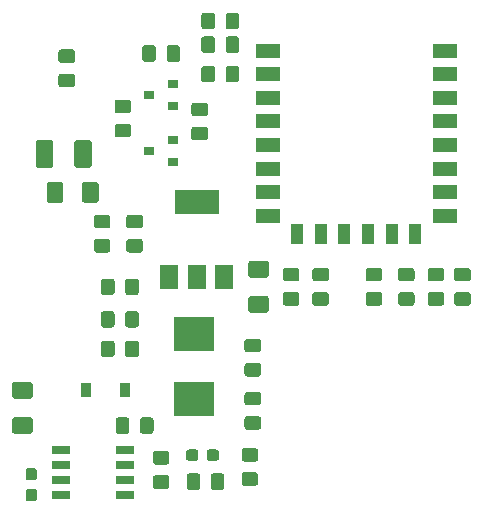
<source format=gbr>
G04 #@! TF.GenerationSoftware,KiCad,Pcbnew,(5.1.5)-3*
G04 #@! TF.CreationDate,2021-01-02T11:20:14+01:00*
G04 #@! TF.ProjectId,esp12Board,65737031-3242-46f6-9172-642e6b696361,rev?*
G04 #@! TF.SameCoordinates,Original*
G04 #@! TF.FileFunction,Paste,Top*
G04 #@! TF.FilePolarity,Positive*
%FSLAX46Y46*%
G04 Gerber Fmt 4.6, Leading zero omitted, Abs format (unit mm)*
G04 Created by KiCad (PCBNEW (5.1.5)-3) date 2021-01-02 11:20:14*
%MOMM*%
%LPD*%
G04 APERTURE LIST*
%ADD10R,1.500000X2.000000*%
%ADD11R,3.800000X2.000000*%
%ADD12R,1.100000X1.700000*%
%ADD13R,2.000000X1.200000*%
%ADD14C,0.100000*%
%ADD15R,0.900000X0.800000*%
%ADD16R,3.500000X2.950000*%
%ADD17R,1.525000X0.650000*%
%ADD18R,0.900000X1.200000*%
G04 APERTURE END LIST*
D10*
X48950000Y-64900000D03*
X53550000Y-64900000D03*
X51250000Y-64900000D03*
D11*
X51250000Y-58600000D03*
D12*
X69750000Y-61250000D03*
X67750000Y-61250000D03*
X65750000Y-61250000D03*
X63750000Y-61250000D03*
X61750000Y-61250000D03*
X59750000Y-61250000D03*
D13*
X72250000Y-45750000D03*
X72250000Y-47750000D03*
X72250000Y-49750000D03*
X72250000Y-51750000D03*
X72250000Y-53750000D03*
X72250000Y-55750000D03*
X72250000Y-57750000D03*
X72250000Y-59750000D03*
X57250000Y-59750000D03*
X57250000Y-57750000D03*
X57250000Y-55750000D03*
X57250000Y-53750000D03*
X57250000Y-51750000D03*
X57250000Y-49750000D03*
X57250000Y-47750000D03*
X57250000Y-45750000D03*
D14*
G36*
X56224505Y-81451204D02*
G01*
X56248773Y-81454804D01*
X56272572Y-81460765D01*
X56295671Y-81469030D01*
X56317850Y-81479520D01*
X56338893Y-81492132D01*
X56358599Y-81506747D01*
X56376777Y-81523223D01*
X56393253Y-81541401D01*
X56407868Y-81561107D01*
X56420480Y-81582150D01*
X56430970Y-81604329D01*
X56439235Y-81627428D01*
X56445196Y-81651227D01*
X56448796Y-81675495D01*
X56450000Y-81699999D01*
X56450000Y-82350001D01*
X56448796Y-82374505D01*
X56445196Y-82398773D01*
X56439235Y-82422572D01*
X56430970Y-82445671D01*
X56420480Y-82467850D01*
X56407868Y-82488893D01*
X56393253Y-82508599D01*
X56376777Y-82526777D01*
X56358599Y-82543253D01*
X56338893Y-82557868D01*
X56317850Y-82570480D01*
X56295671Y-82580970D01*
X56272572Y-82589235D01*
X56248773Y-82595196D01*
X56224505Y-82598796D01*
X56200001Y-82600000D01*
X55299999Y-82600000D01*
X55275495Y-82598796D01*
X55251227Y-82595196D01*
X55227428Y-82589235D01*
X55204329Y-82580970D01*
X55182150Y-82570480D01*
X55161107Y-82557868D01*
X55141401Y-82543253D01*
X55123223Y-82526777D01*
X55106747Y-82508599D01*
X55092132Y-82488893D01*
X55079520Y-82467850D01*
X55069030Y-82445671D01*
X55060765Y-82422572D01*
X55054804Y-82398773D01*
X55051204Y-82374505D01*
X55050000Y-82350001D01*
X55050000Y-81699999D01*
X55051204Y-81675495D01*
X55054804Y-81651227D01*
X55060765Y-81627428D01*
X55069030Y-81604329D01*
X55079520Y-81582150D01*
X55092132Y-81561107D01*
X55106747Y-81541401D01*
X55123223Y-81523223D01*
X55141401Y-81506747D01*
X55161107Y-81492132D01*
X55182150Y-81479520D01*
X55204329Y-81469030D01*
X55227428Y-81460765D01*
X55251227Y-81454804D01*
X55275495Y-81451204D01*
X55299999Y-81450000D01*
X56200001Y-81450000D01*
X56224505Y-81451204D01*
G37*
G36*
X56224505Y-79401204D02*
G01*
X56248773Y-79404804D01*
X56272572Y-79410765D01*
X56295671Y-79419030D01*
X56317850Y-79429520D01*
X56338893Y-79442132D01*
X56358599Y-79456747D01*
X56376777Y-79473223D01*
X56393253Y-79491401D01*
X56407868Y-79511107D01*
X56420480Y-79532150D01*
X56430970Y-79554329D01*
X56439235Y-79577428D01*
X56445196Y-79601227D01*
X56448796Y-79625495D01*
X56450000Y-79649999D01*
X56450000Y-80300001D01*
X56448796Y-80324505D01*
X56445196Y-80348773D01*
X56439235Y-80372572D01*
X56430970Y-80395671D01*
X56420480Y-80417850D01*
X56407868Y-80438893D01*
X56393253Y-80458599D01*
X56376777Y-80476777D01*
X56358599Y-80493253D01*
X56338893Y-80507868D01*
X56317850Y-80520480D01*
X56295671Y-80530970D01*
X56272572Y-80539235D01*
X56248773Y-80545196D01*
X56224505Y-80548796D01*
X56200001Y-80550000D01*
X55299999Y-80550000D01*
X55275495Y-80548796D01*
X55251227Y-80545196D01*
X55227428Y-80539235D01*
X55204329Y-80530970D01*
X55182150Y-80520480D01*
X55161107Y-80507868D01*
X55141401Y-80493253D01*
X55123223Y-80476777D01*
X55106747Y-80458599D01*
X55092132Y-80438893D01*
X55079520Y-80417850D01*
X55069030Y-80395671D01*
X55060765Y-80372572D01*
X55054804Y-80348773D01*
X55051204Y-80324505D01*
X55050000Y-80300001D01*
X55050000Y-79649999D01*
X55051204Y-79625495D01*
X55054804Y-79601227D01*
X55060765Y-79577428D01*
X55069030Y-79554329D01*
X55079520Y-79532150D01*
X55092132Y-79511107D01*
X55106747Y-79491401D01*
X55123223Y-79473223D01*
X55141401Y-79456747D01*
X55161107Y-79442132D01*
X55182150Y-79429520D01*
X55204329Y-79419030D01*
X55227428Y-79410765D01*
X55251227Y-79404804D01*
X55275495Y-79401204D01*
X55299999Y-79400000D01*
X56200001Y-79400000D01*
X56224505Y-79401204D01*
G37*
G36*
X56474505Y-74651204D02*
G01*
X56498773Y-74654804D01*
X56522572Y-74660765D01*
X56545671Y-74669030D01*
X56567850Y-74679520D01*
X56588893Y-74692132D01*
X56608599Y-74706747D01*
X56626777Y-74723223D01*
X56643253Y-74741401D01*
X56657868Y-74761107D01*
X56670480Y-74782150D01*
X56680970Y-74804329D01*
X56689235Y-74827428D01*
X56695196Y-74851227D01*
X56698796Y-74875495D01*
X56700000Y-74899999D01*
X56700000Y-75550001D01*
X56698796Y-75574505D01*
X56695196Y-75598773D01*
X56689235Y-75622572D01*
X56680970Y-75645671D01*
X56670480Y-75667850D01*
X56657868Y-75688893D01*
X56643253Y-75708599D01*
X56626777Y-75726777D01*
X56608599Y-75743253D01*
X56588893Y-75757868D01*
X56567850Y-75770480D01*
X56545671Y-75780970D01*
X56522572Y-75789235D01*
X56498773Y-75795196D01*
X56474505Y-75798796D01*
X56450001Y-75800000D01*
X55549999Y-75800000D01*
X55525495Y-75798796D01*
X55501227Y-75795196D01*
X55477428Y-75789235D01*
X55454329Y-75780970D01*
X55432150Y-75770480D01*
X55411107Y-75757868D01*
X55391401Y-75743253D01*
X55373223Y-75726777D01*
X55356747Y-75708599D01*
X55342132Y-75688893D01*
X55329520Y-75667850D01*
X55319030Y-75645671D01*
X55310765Y-75622572D01*
X55304804Y-75598773D01*
X55301204Y-75574505D01*
X55300000Y-75550001D01*
X55300000Y-74899999D01*
X55301204Y-74875495D01*
X55304804Y-74851227D01*
X55310765Y-74827428D01*
X55319030Y-74804329D01*
X55329520Y-74782150D01*
X55342132Y-74761107D01*
X55356747Y-74741401D01*
X55373223Y-74723223D01*
X55391401Y-74706747D01*
X55411107Y-74692132D01*
X55432150Y-74679520D01*
X55454329Y-74669030D01*
X55477428Y-74660765D01*
X55501227Y-74654804D01*
X55525495Y-74651204D01*
X55549999Y-74650000D01*
X56450001Y-74650000D01*
X56474505Y-74651204D01*
G37*
G36*
X56474505Y-76701204D02*
G01*
X56498773Y-76704804D01*
X56522572Y-76710765D01*
X56545671Y-76719030D01*
X56567850Y-76729520D01*
X56588893Y-76742132D01*
X56608599Y-76756747D01*
X56626777Y-76773223D01*
X56643253Y-76791401D01*
X56657868Y-76811107D01*
X56670480Y-76832150D01*
X56680970Y-76854329D01*
X56689235Y-76877428D01*
X56695196Y-76901227D01*
X56698796Y-76925495D01*
X56700000Y-76949999D01*
X56700000Y-77600001D01*
X56698796Y-77624505D01*
X56695196Y-77648773D01*
X56689235Y-77672572D01*
X56680970Y-77695671D01*
X56670480Y-77717850D01*
X56657868Y-77738893D01*
X56643253Y-77758599D01*
X56626777Y-77776777D01*
X56608599Y-77793253D01*
X56588893Y-77807868D01*
X56567850Y-77820480D01*
X56545671Y-77830970D01*
X56522572Y-77839235D01*
X56498773Y-77845196D01*
X56474505Y-77848796D01*
X56450001Y-77850000D01*
X55549999Y-77850000D01*
X55525495Y-77848796D01*
X55501227Y-77845196D01*
X55477428Y-77839235D01*
X55454329Y-77830970D01*
X55432150Y-77820480D01*
X55411107Y-77807868D01*
X55391401Y-77793253D01*
X55373223Y-77776777D01*
X55356747Y-77758599D01*
X55342132Y-77738893D01*
X55329520Y-77717850D01*
X55319030Y-77695671D01*
X55310765Y-77672572D01*
X55304804Y-77648773D01*
X55301204Y-77624505D01*
X55300000Y-77600001D01*
X55300000Y-76949999D01*
X55301204Y-76925495D01*
X55304804Y-76901227D01*
X55310765Y-76877428D01*
X55319030Y-76854329D01*
X55329520Y-76832150D01*
X55342132Y-76811107D01*
X55356747Y-76791401D01*
X55373223Y-76773223D01*
X55391401Y-76756747D01*
X55411107Y-76742132D01*
X55432150Y-76729520D01*
X55454329Y-76719030D01*
X55477428Y-76710765D01*
X55501227Y-76704804D01*
X55525495Y-76701204D01*
X55549999Y-76700000D01*
X56450001Y-76700000D01*
X56474505Y-76701204D01*
G37*
G36*
X56474505Y-70151204D02*
G01*
X56498773Y-70154804D01*
X56522572Y-70160765D01*
X56545671Y-70169030D01*
X56567850Y-70179520D01*
X56588893Y-70192132D01*
X56608599Y-70206747D01*
X56626777Y-70223223D01*
X56643253Y-70241401D01*
X56657868Y-70261107D01*
X56670480Y-70282150D01*
X56680970Y-70304329D01*
X56689235Y-70327428D01*
X56695196Y-70351227D01*
X56698796Y-70375495D01*
X56700000Y-70399999D01*
X56700000Y-71050001D01*
X56698796Y-71074505D01*
X56695196Y-71098773D01*
X56689235Y-71122572D01*
X56680970Y-71145671D01*
X56670480Y-71167850D01*
X56657868Y-71188893D01*
X56643253Y-71208599D01*
X56626777Y-71226777D01*
X56608599Y-71243253D01*
X56588893Y-71257868D01*
X56567850Y-71270480D01*
X56545671Y-71280970D01*
X56522572Y-71289235D01*
X56498773Y-71295196D01*
X56474505Y-71298796D01*
X56450001Y-71300000D01*
X55549999Y-71300000D01*
X55525495Y-71298796D01*
X55501227Y-71295196D01*
X55477428Y-71289235D01*
X55454329Y-71280970D01*
X55432150Y-71270480D01*
X55411107Y-71257868D01*
X55391401Y-71243253D01*
X55373223Y-71226777D01*
X55356747Y-71208599D01*
X55342132Y-71188893D01*
X55329520Y-71167850D01*
X55319030Y-71145671D01*
X55310765Y-71122572D01*
X55304804Y-71098773D01*
X55301204Y-71074505D01*
X55300000Y-71050001D01*
X55300000Y-70399999D01*
X55301204Y-70375495D01*
X55304804Y-70351227D01*
X55310765Y-70327428D01*
X55319030Y-70304329D01*
X55329520Y-70282150D01*
X55342132Y-70261107D01*
X55356747Y-70241401D01*
X55373223Y-70223223D01*
X55391401Y-70206747D01*
X55411107Y-70192132D01*
X55432150Y-70179520D01*
X55454329Y-70169030D01*
X55477428Y-70160765D01*
X55501227Y-70154804D01*
X55525495Y-70151204D01*
X55549999Y-70150000D01*
X56450001Y-70150000D01*
X56474505Y-70151204D01*
G37*
G36*
X56474505Y-72201204D02*
G01*
X56498773Y-72204804D01*
X56522572Y-72210765D01*
X56545671Y-72219030D01*
X56567850Y-72229520D01*
X56588893Y-72242132D01*
X56608599Y-72256747D01*
X56626777Y-72273223D01*
X56643253Y-72291401D01*
X56657868Y-72311107D01*
X56670480Y-72332150D01*
X56680970Y-72354329D01*
X56689235Y-72377428D01*
X56695196Y-72401227D01*
X56698796Y-72425495D01*
X56700000Y-72449999D01*
X56700000Y-73100001D01*
X56698796Y-73124505D01*
X56695196Y-73148773D01*
X56689235Y-73172572D01*
X56680970Y-73195671D01*
X56670480Y-73217850D01*
X56657868Y-73238893D01*
X56643253Y-73258599D01*
X56626777Y-73276777D01*
X56608599Y-73293253D01*
X56588893Y-73307868D01*
X56567850Y-73320480D01*
X56545671Y-73330970D01*
X56522572Y-73339235D01*
X56498773Y-73345196D01*
X56474505Y-73348796D01*
X56450001Y-73350000D01*
X55549999Y-73350000D01*
X55525495Y-73348796D01*
X55501227Y-73345196D01*
X55477428Y-73339235D01*
X55454329Y-73330970D01*
X55432150Y-73320480D01*
X55411107Y-73307868D01*
X55391401Y-73293253D01*
X55373223Y-73276777D01*
X55356747Y-73258599D01*
X55342132Y-73238893D01*
X55329520Y-73217850D01*
X55319030Y-73195671D01*
X55310765Y-73172572D01*
X55304804Y-73148773D01*
X55301204Y-73124505D01*
X55300000Y-73100001D01*
X55300000Y-72449999D01*
X55301204Y-72425495D01*
X55304804Y-72401227D01*
X55310765Y-72377428D01*
X55319030Y-72354329D01*
X55329520Y-72332150D01*
X55342132Y-72311107D01*
X55356747Y-72291401D01*
X55373223Y-72273223D01*
X55391401Y-72256747D01*
X55411107Y-72242132D01*
X55432150Y-72229520D01*
X55454329Y-72219030D01*
X55477428Y-72210765D01*
X55501227Y-72204804D01*
X55525495Y-72201204D01*
X55549999Y-72200000D01*
X56450001Y-72200000D01*
X56474505Y-72201204D01*
G37*
G36*
X51324505Y-81551204D02*
G01*
X51348773Y-81554804D01*
X51372572Y-81560765D01*
X51395671Y-81569030D01*
X51417850Y-81579520D01*
X51438893Y-81592132D01*
X51458599Y-81606747D01*
X51476777Y-81623223D01*
X51493253Y-81641401D01*
X51507868Y-81661107D01*
X51520480Y-81682150D01*
X51530970Y-81704329D01*
X51539235Y-81727428D01*
X51545196Y-81751227D01*
X51548796Y-81775495D01*
X51550000Y-81799999D01*
X51550000Y-82700001D01*
X51548796Y-82724505D01*
X51545196Y-82748773D01*
X51539235Y-82772572D01*
X51530970Y-82795671D01*
X51520480Y-82817850D01*
X51507868Y-82838893D01*
X51493253Y-82858599D01*
X51476777Y-82876777D01*
X51458599Y-82893253D01*
X51438893Y-82907868D01*
X51417850Y-82920480D01*
X51395671Y-82930970D01*
X51372572Y-82939235D01*
X51348773Y-82945196D01*
X51324505Y-82948796D01*
X51300001Y-82950000D01*
X50649999Y-82950000D01*
X50625495Y-82948796D01*
X50601227Y-82945196D01*
X50577428Y-82939235D01*
X50554329Y-82930970D01*
X50532150Y-82920480D01*
X50511107Y-82907868D01*
X50491401Y-82893253D01*
X50473223Y-82876777D01*
X50456747Y-82858599D01*
X50442132Y-82838893D01*
X50429520Y-82817850D01*
X50419030Y-82795671D01*
X50410765Y-82772572D01*
X50404804Y-82748773D01*
X50401204Y-82724505D01*
X50400000Y-82700001D01*
X50400000Y-81799999D01*
X50401204Y-81775495D01*
X50404804Y-81751227D01*
X50410765Y-81727428D01*
X50419030Y-81704329D01*
X50429520Y-81682150D01*
X50442132Y-81661107D01*
X50456747Y-81641401D01*
X50473223Y-81623223D01*
X50491401Y-81606747D01*
X50511107Y-81592132D01*
X50532150Y-81579520D01*
X50554329Y-81569030D01*
X50577428Y-81560765D01*
X50601227Y-81554804D01*
X50625495Y-81551204D01*
X50649999Y-81550000D01*
X51300001Y-81550000D01*
X51324505Y-81551204D01*
G37*
G36*
X53374505Y-81551204D02*
G01*
X53398773Y-81554804D01*
X53422572Y-81560765D01*
X53445671Y-81569030D01*
X53467850Y-81579520D01*
X53488893Y-81592132D01*
X53508599Y-81606747D01*
X53526777Y-81623223D01*
X53543253Y-81641401D01*
X53557868Y-81661107D01*
X53570480Y-81682150D01*
X53580970Y-81704329D01*
X53589235Y-81727428D01*
X53595196Y-81751227D01*
X53598796Y-81775495D01*
X53600000Y-81799999D01*
X53600000Y-82700001D01*
X53598796Y-82724505D01*
X53595196Y-82748773D01*
X53589235Y-82772572D01*
X53580970Y-82795671D01*
X53570480Y-82817850D01*
X53557868Y-82838893D01*
X53543253Y-82858599D01*
X53526777Y-82876777D01*
X53508599Y-82893253D01*
X53488893Y-82907868D01*
X53467850Y-82920480D01*
X53445671Y-82930970D01*
X53422572Y-82939235D01*
X53398773Y-82945196D01*
X53374505Y-82948796D01*
X53350001Y-82950000D01*
X52699999Y-82950000D01*
X52675495Y-82948796D01*
X52651227Y-82945196D01*
X52627428Y-82939235D01*
X52604329Y-82930970D01*
X52582150Y-82920480D01*
X52561107Y-82907868D01*
X52541401Y-82893253D01*
X52523223Y-82876777D01*
X52506747Y-82858599D01*
X52492132Y-82838893D01*
X52479520Y-82817850D01*
X52469030Y-82795671D01*
X52460765Y-82772572D01*
X52454804Y-82748773D01*
X52451204Y-82724505D01*
X52450000Y-82700001D01*
X52450000Y-81799999D01*
X52451204Y-81775495D01*
X52454804Y-81751227D01*
X52460765Y-81727428D01*
X52469030Y-81704329D01*
X52479520Y-81682150D01*
X52492132Y-81661107D01*
X52506747Y-81641401D01*
X52523223Y-81623223D01*
X52541401Y-81606747D01*
X52561107Y-81592132D01*
X52582150Y-81579520D01*
X52604329Y-81569030D01*
X52627428Y-81560765D01*
X52651227Y-81554804D01*
X52675495Y-81551204D01*
X52699999Y-81550000D01*
X53350001Y-81550000D01*
X53374505Y-81551204D01*
G37*
G36*
X69474505Y-66201204D02*
G01*
X69498773Y-66204804D01*
X69522572Y-66210765D01*
X69545671Y-66219030D01*
X69567850Y-66229520D01*
X69588893Y-66242132D01*
X69608599Y-66256747D01*
X69626777Y-66273223D01*
X69643253Y-66291401D01*
X69657868Y-66311107D01*
X69670480Y-66332150D01*
X69680970Y-66354329D01*
X69689235Y-66377428D01*
X69695196Y-66401227D01*
X69698796Y-66425495D01*
X69700000Y-66449999D01*
X69700000Y-67100001D01*
X69698796Y-67124505D01*
X69695196Y-67148773D01*
X69689235Y-67172572D01*
X69680970Y-67195671D01*
X69670480Y-67217850D01*
X69657868Y-67238893D01*
X69643253Y-67258599D01*
X69626777Y-67276777D01*
X69608599Y-67293253D01*
X69588893Y-67307868D01*
X69567850Y-67320480D01*
X69545671Y-67330970D01*
X69522572Y-67339235D01*
X69498773Y-67345196D01*
X69474505Y-67348796D01*
X69450001Y-67350000D01*
X68549999Y-67350000D01*
X68525495Y-67348796D01*
X68501227Y-67345196D01*
X68477428Y-67339235D01*
X68454329Y-67330970D01*
X68432150Y-67320480D01*
X68411107Y-67307868D01*
X68391401Y-67293253D01*
X68373223Y-67276777D01*
X68356747Y-67258599D01*
X68342132Y-67238893D01*
X68329520Y-67217850D01*
X68319030Y-67195671D01*
X68310765Y-67172572D01*
X68304804Y-67148773D01*
X68301204Y-67124505D01*
X68300000Y-67100001D01*
X68300000Y-66449999D01*
X68301204Y-66425495D01*
X68304804Y-66401227D01*
X68310765Y-66377428D01*
X68319030Y-66354329D01*
X68329520Y-66332150D01*
X68342132Y-66311107D01*
X68356747Y-66291401D01*
X68373223Y-66273223D01*
X68391401Y-66256747D01*
X68411107Y-66242132D01*
X68432150Y-66229520D01*
X68454329Y-66219030D01*
X68477428Y-66210765D01*
X68501227Y-66204804D01*
X68525495Y-66201204D01*
X68549999Y-66200000D01*
X69450001Y-66200000D01*
X69474505Y-66201204D01*
G37*
G36*
X69474505Y-64151204D02*
G01*
X69498773Y-64154804D01*
X69522572Y-64160765D01*
X69545671Y-64169030D01*
X69567850Y-64179520D01*
X69588893Y-64192132D01*
X69608599Y-64206747D01*
X69626777Y-64223223D01*
X69643253Y-64241401D01*
X69657868Y-64261107D01*
X69670480Y-64282150D01*
X69680970Y-64304329D01*
X69689235Y-64327428D01*
X69695196Y-64351227D01*
X69698796Y-64375495D01*
X69700000Y-64399999D01*
X69700000Y-65050001D01*
X69698796Y-65074505D01*
X69695196Y-65098773D01*
X69689235Y-65122572D01*
X69680970Y-65145671D01*
X69670480Y-65167850D01*
X69657868Y-65188893D01*
X69643253Y-65208599D01*
X69626777Y-65226777D01*
X69608599Y-65243253D01*
X69588893Y-65257868D01*
X69567850Y-65270480D01*
X69545671Y-65280970D01*
X69522572Y-65289235D01*
X69498773Y-65295196D01*
X69474505Y-65298796D01*
X69450001Y-65300000D01*
X68549999Y-65300000D01*
X68525495Y-65298796D01*
X68501227Y-65295196D01*
X68477428Y-65289235D01*
X68454329Y-65280970D01*
X68432150Y-65270480D01*
X68411107Y-65257868D01*
X68391401Y-65243253D01*
X68373223Y-65226777D01*
X68356747Y-65208599D01*
X68342132Y-65188893D01*
X68329520Y-65167850D01*
X68319030Y-65145671D01*
X68310765Y-65122572D01*
X68304804Y-65098773D01*
X68301204Y-65074505D01*
X68300000Y-65050001D01*
X68300000Y-64399999D01*
X68301204Y-64375495D01*
X68304804Y-64351227D01*
X68310765Y-64327428D01*
X68319030Y-64304329D01*
X68329520Y-64282150D01*
X68342132Y-64261107D01*
X68356747Y-64241401D01*
X68373223Y-64223223D01*
X68391401Y-64206747D01*
X68411107Y-64192132D01*
X68432150Y-64179520D01*
X68454329Y-64169030D01*
X68477428Y-64160765D01*
X68501227Y-64154804D01*
X68525495Y-64151204D01*
X68549999Y-64150000D01*
X69450001Y-64150000D01*
X69474505Y-64151204D01*
G37*
G36*
X66724505Y-64151204D02*
G01*
X66748773Y-64154804D01*
X66772572Y-64160765D01*
X66795671Y-64169030D01*
X66817850Y-64179520D01*
X66838893Y-64192132D01*
X66858599Y-64206747D01*
X66876777Y-64223223D01*
X66893253Y-64241401D01*
X66907868Y-64261107D01*
X66920480Y-64282150D01*
X66930970Y-64304329D01*
X66939235Y-64327428D01*
X66945196Y-64351227D01*
X66948796Y-64375495D01*
X66950000Y-64399999D01*
X66950000Y-65050001D01*
X66948796Y-65074505D01*
X66945196Y-65098773D01*
X66939235Y-65122572D01*
X66930970Y-65145671D01*
X66920480Y-65167850D01*
X66907868Y-65188893D01*
X66893253Y-65208599D01*
X66876777Y-65226777D01*
X66858599Y-65243253D01*
X66838893Y-65257868D01*
X66817850Y-65270480D01*
X66795671Y-65280970D01*
X66772572Y-65289235D01*
X66748773Y-65295196D01*
X66724505Y-65298796D01*
X66700001Y-65300000D01*
X65799999Y-65300000D01*
X65775495Y-65298796D01*
X65751227Y-65295196D01*
X65727428Y-65289235D01*
X65704329Y-65280970D01*
X65682150Y-65270480D01*
X65661107Y-65257868D01*
X65641401Y-65243253D01*
X65623223Y-65226777D01*
X65606747Y-65208599D01*
X65592132Y-65188893D01*
X65579520Y-65167850D01*
X65569030Y-65145671D01*
X65560765Y-65122572D01*
X65554804Y-65098773D01*
X65551204Y-65074505D01*
X65550000Y-65050001D01*
X65550000Y-64399999D01*
X65551204Y-64375495D01*
X65554804Y-64351227D01*
X65560765Y-64327428D01*
X65569030Y-64304329D01*
X65579520Y-64282150D01*
X65592132Y-64261107D01*
X65606747Y-64241401D01*
X65623223Y-64223223D01*
X65641401Y-64206747D01*
X65661107Y-64192132D01*
X65682150Y-64179520D01*
X65704329Y-64169030D01*
X65727428Y-64160765D01*
X65751227Y-64154804D01*
X65775495Y-64151204D01*
X65799999Y-64150000D01*
X66700001Y-64150000D01*
X66724505Y-64151204D01*
G37*
G36*
X66724505Y-66201204D02*
G01*
X66748773Y-66204804D01*
X66772572Y-66210765D01*
X66795671Y-66219030D01*
X66817850Y-66229520D01*
X66838893Y-66242132D01*
X66858599Y-66256747D01*
X66876777Y-66273223D01*
X66893253Y-66291401D01*
X66907868Y-66311107D01*
X66920480Y-66332150D01*
X66930970Y-66354329D01*
X66939235Y-66377428D01*
X66945196Y-66401227D01*
X66948796Y-66425495D01*
X66950000Y-66449999D01*
X66950000Y-67100001D01*
X66948796Y-67124505D01*
X66945196Y-67148773D01*
X66939235Y-67172572D01*
X66930970Y-67195671D01*
X66920480Y-67217850D01*
X66907868Y-67238893D01*
X66893253Y-67258599D01*
X66876777Y-67276777D01*
X66858599Y-67293253D01*
X66838893Y-67307868D01*
X66817850Y-67320480D01*
X66795671Y-67330970D01*
X66772572Y-67339235D01*
X66748773Y-67345196D01*
X66724505Y-67348796D01*
X66700001Y-67350000D01*
X65799999Y-67350000D01*
X65775495Y-67348796D01*
X65751227Y-67345196D01*
X65727428Y-67339235D01*
X65704329Y-67330970D01*
X65682150Y-67320480D01*
X65661107Y-67307868D01*
X65641401Y-67293253D01*
X65623223Y-67276777D01*
X65606747Y-67258599D01*
X65592132Y-67238893D01*
X65579520Y-67217850D01*
X65569030Y-67195671D01*
X65560765Y-67172572D01*
X65554804Y-67148773D01*
X65551204Y-67124505D01*
X65550000Y-67100001D01*
X65550000Y-66449999D01*
X65551204Y-66425495D01*
X65554804Y-66401227D01*
X65560765Y-66377428D01*
X65569030Y-66354329D01*
X65579520Y-66332150D01*
X65592132Y-66311107D01*
X65606747Y-66291401D01*
X65623223Y-66273223D01*
X65641401Y-66256747D01*
X65661107Y-66242132D01*
X65682150Y-66229520D01*
X65704329Y-66219030D01*
X65727428Y-66210765D01*
X65751227Y-66204804D01*
X65775495Y-66201204D01*
X65799999Y-66200000D01*
X66700001Y-66200000D01*
X66724505Y-66201204D01*
G37*
G36*
X40724505Y-45651204D02*
G01*
X40748773Y-45654804D01*
X40772572Y-45660765D01*
X40795671Y-45669030D01*
X40817850Y-45679520D01*
X40838893Y-45692132D01*
X40858599Y-45706747D01*
X40876777Y-45723223D01*
X40893253Y-45741401D01*
X40907868Y-45761107D01*
X40920480Y-45782150D01*
X40930970Y-45804329D01*
X40939235Y-45827428D01*
X40945196Y-45851227D01*
X40948796Y-45875495D01*
X40950000Y-45899999D01*
X40950000Y-46550001D01*
X40948796Y-46574505D01*
X40945196Y-46598773D01*
X40939235Y-46622572D01*
X40930970Y-46645671D01*
X40920480Y-46667850D01*
X40907868Y-46688893D01*
X40893253Y-46708599D01*
X40876777Y-46726777D01*
X40858599Y-46743253D01*
X40838893Y-46757868D01*
X40817850Y-46770480D01*
X40795671Y-46780970D01*
X40772572Y-46789235D01*
X40748773Y-46795196D01*
X40724505Y-46798796D01*
X40700001Y-46800000D01*
X39799999Y-46800000D01*
X39775495Y-46798796D01*
X39751227Y-46795196D01*
X39727428Y-46789235D01*
X39704329Y-46780970D01*
X39682150Y-46770480D01*
X39661107Y-46757868D01*
X39641401Y-46743253D01*
X39623223Y-46726777D01*
X39606747Y-46708599D01*
X39592132Y-46688893D01*
X39579520Y-46667850D01*
X39569030Y-46645671D01*
X39560765Y-46622572D01*
X39554804Y-46598773D01*
X39551204Y-46574505D01*
X39550000Y-46550001D01*
X39550000Y-45899999D01*
X39551204Y-45875495D01*
X39554804Y-45851227D01*
X39560765Y-45827428D01*
X39569030Y-45804329D01*
X39579520Y-45782150D01*
X39592132Y-45761107D01*
X39606747Y-45741401D01*
X39623223Y-45723223D01*
X39641401Y-45706747D01*
X39661107Y-45692132D01*
X39682150Y-45679520D01*
X39704329Y-45669030D01*
X39727428Y-45660765D01*
X39751227Y-45654804D01*
X39775495Y-45651204D01*
X39799999Y-45650000D01*
X40700001Y-45650000D01*
X40724505Y-45651204D01*
G37*
G36*
X40724505Y-47701204D02*
G01*
X40748773Y-47704804D01*
X40772572Y-47710765D01*
X40795671Y-47719030D01*
X40817850Y-47729520D01*
X40838893Y-47742132D01*
X40858599Y-47756747D01*
X40876777Y-47773223D01*
X40893253Y-47791401D01*
X40907868Y-47811107D01*
X40920480Y-47832150D01*
X40930970Y-47854329D01*
X40939235Y-47877428D01*
X40945196Y-47901227D01*
X40948796Y-47925495D01*
X40950000Y-47949999D01*
X40950000Y-48600001D01*
X40948796Y-48624505D01*
X40945196Y-48648773D01*
X40939235Y-48672572D01*
X40930970Y-48695671D01*
X40920480Y-48717850D01*
X40907868Y-48738893D01*
X40893253Y-48758599D01*
X40876777Y-48776777D01*
X40858599Y-48793253D01*
X40838893Y-48807868D01*
X40817850Y-48820480D01*
X40795671Y-48830970D01*
X40772572Y-48839235D01*
X40748773Y-48845196D01*
X40724505Y-48848796D01*
X40700001Y-48850000D01*
X39799999Y-48850000D01*
X39775495Y-48848796D01*
X39751227Y-48845196D01*
X39727428Y-48839235D01*
X39704329Y-48830970D01*
X39682150Y-48820480D01*
X39661107Y-48807868D01*
X39641401Y-48793253D01*
X39623223Y-48776777D01*
X39606747Y-48758599D01*
X39592132Y-48738893D01*
X39579520Y-48717850D01*
X39569030Y-48695671D01*
X39560765Y-48672572D01*
X39554804Y-48648773D01*
X39551204Y-48624505D01*
X39550000Y-48600001D01*
X39550000Y-47949999D01*
X39551204Y-47925495D01*
X39554804Y-47901227D01*
X39560765Y-47877428D01*
X39569030Y-47854329D01*
X39579520Y-47832150D01*
X39592132Y-47811107D01*
X39606747Y-47791401D01*
X39623223Y-47773223D01*
X39641401Y-47756747D01*
X39661107Y-47742132D01*
X39682150Y-47729520D01*
X39704329Y-47719030D01*
X39727428Y-47710765D01*
X39751227Y-47704804D01*
X39775495Y-47701204D01*
X39799999Y-47700000D01*
X40700001Y-47700000D01*
X40724505Y-47701204D01*
G37*
G36*
X49624505Y-45301204D02*
G01*
X49648773Y-45304804D01*
X49672572Y-45310765D01*
X49695671Y-45319030D01*
X49717850Y-45329520D01*
X49738893Y-45342132D01*
X49758599Y-45356747D01*
X49776777Y-45373223D01*
X49793253Y-45391401D01*
X49807868Y-45411107D01*
X49820480Y-45432150D01*
X49830970Y-45454329D01*
X49839235Y-45477428D01*
X49845196Y-45501227D01*
X49848796Y-45525495D01*
X49850000Y-45549999D01*
X49850000Y-46450001D01*
X49848796Y-46474505D01*
X49845196Y-46498773D01*
X49839235Y-46522572D01*
X49830970Y-46545671D01*
X49820480Y-46567850D01*
X49807868Y-46588893D01*
X49793253Y-46608599D01*
X49776777Y-46626777D01*
X49758599Y-46643253D01*
X49738893Y-46657868D01*
X49717850Y-46670480D01*
X49695671Y-46680970D01*
X49672572Y-46689235D01*
X49648773Y-46695196D01*
X49624505Y-46698796D01*
X49600001Y-46700000D01*
X48949999Y-46700000D01*
X48925495Y-46698796D01*
X48901227Y-46695196D01*
X48877428Y-46689235D01*
X48854329Y-46680970D01*
X48832150Y-46670480D01*
X48811107Y-46657868D01*
X48791401Y-46643253D01*
X48773223Y-46626777D01*
X48756747Y-46608599D01*
X48742132Y-46588893D01*
X48729520Y-46567850D01*
X48719030Y-46545671D01*
X48710765Y-46522572D01*
X48704804Y-46498773D01*
X48701204Y-46474505D01*
X48700000Y-46450001D01*
X48700000Y-45549999D01*
X48701204Y-45525495D01*
X48704804Y-45501227D01*
X48710765Y-45477428D01*
X48719030Y-45454329D01*
X48729520Y-45432150D01*
X48742132Y-45411107D01*
X48756747Y-45391401D01*
X48773223Y-45373223D01*
X48791401Y-45356747D01*
X48811107Y-45342132D01*
X48832150Y-45329520D01*
X48854329Y-45319030D01*
X48877428Y-45310765D01*
X48901227Y-45304804D01*
X48925495Y-45301204D01*
X48949999Y-45300000D01*
X49600001Y-45300000D01*
X49624505Y-45301204D01*
G37*
G36*
X47574505Y-45301204D02*
G01*
X47598773Y-45304804D01*
X47622572Y-45310765D01*
X47645671Y-45319030D01*
X47667850Y-45329520D01*
X47688893Y-45342132D01*
X47708599Y-45356747D01*
X47726777Y-45373223D01*
X47743253Y-45391401D01*
X47757868Y-45411107D01*
X47770480Y-45432150D01*
X47780970Y-45454329D01*
X47789235Y-45477428D01*
X47795196Y-45501227D01*
X47798796Y-45525495D01*
X47800000Y-45549999D01*
X47800000Y-46450001D01*
X47798796Y-46474505D01*
X47795196Y-46498773D01*
X47789235Y-46522572D01*
X47780970Y-46545671D01*
X47770480Y-46567850D01*
X47757868Y-46588893D01*
X47743253Y-46608599D01*
X47726777Y-46626777D01*
X47708599Y-46643253D01*
X47688893Y-46657868D01*
X47667850Y-46670480D01*
X47645671Y-46680970D01*
X47622572Y-46689235D01*
X47598773Y-46695196D01*
X47574505Y-46698796D01*
X47550001Y-46700000D01*
X46899999Y-46700000D01*
X46875495Y-46698796D01*
X46851227Y-46695196D01*
X46827428Y-46689235D01*
X46804329Y-46680970D01*
X46782150Y-46670480D01*
X46761107Y-46657868D01*
X46741401Y-46643253D01*
X46723223Y-46626777D01*
X46706747Y-46608599D01*
X46692132Y-46588893D01*
X46679520Y-46567850D01*
X46669030Y-46545671D01*
X46660765Y-46522572D01*
X46654804Y-46498773D01*
X46651204Y-46474505D01*
X46650000Y-46450001D01*
X46650000Y-45549999D01*
X46651204Y-45525495D01*
X46654804Y-45501227D01*
X46660765Y-45477428D01*
X46669030Y-45454329D01*
X46679520Y-45432150D01*
X46692132Y-45411107D01*
X46706747Y-45391401D01*
X46723223Y-45373223D01*
X46741401Y-45356747D01*
X46761107Y-45342132D01*
X46782150Y-45329520D01*
X46804329Y-45319030D01*
X46827428Y-45310765D01*
X46851227Y-45304804D01*
X46875495Y-45301204D01*
X46899999Y-45300000D01*
X47550001Y-45300000D01*
X47574505Y-45301204D01*
G37*
G36*
X45474505Y-49901204D02*
G01*
X45498773Y-49904804D01*
X45522572Y-49910765D01*
X45545671Y-49919030D01*
X45567850Y-49929520D01*
X45588893Y-49942132D01*
X45608599Y-49956747D01*
X45626777Y-49973223D01*
X45643253Y-49991401D01*
X45657868Y-50011107D01*
X45670480Y-50032150D01*
X45680970Y-50054329D01*
X45689235Y-50077428D01*
X45695196Y-50101227D01*
X45698796Y-50125495D01*
X45700000Y-50149999D01*
X45700000Y-50800001D01*
X45698796Y-50824505D01*
X45695196Y-50848773D01*
X45689235Y-50872572D01*
X45680970Y-50895671D01*
X45670480Y-50917850D01*
X45657868Y-50938893D01*
X45643253Y-50958599D01*
X45626777Y-50976777D01*
X45608599Y-50993253D01*
X45588893Y-51007868D01*
X45567850Y-51020480D01*
X45545671Y-51030970D01*
X45522572Y-51039235D01*
X45498773Y-51045196D01*
X45474505Y-51048796D01*
X45450001Y-51050000D01*
X44549999Y-51050000D01*
X44525495Y-51048796D01*
X44501227Y-51045196D01*
X44477428Y-51039235D01*
X44454329Y-51030970D01*
X44432150Y-51020480D01*
X44411107Y-51007868D01*
X44391401Y-50993253D01*
X44373223Y-50976777D01*
X44356747Y-50958599D01*
X44342132Y-50938893D01*
X44329520Y-50917850D01*
X44319030Y-50895671D01*
X44310765Y-50872572D01*
X44304804Y-50848773D01*
X44301204Y-50824505D01*
X44300000Y-50800001D01*
X44300000Y-50149999D01*
X44301204Y-50125495D01*
X44304804Y-50101227D01*
X44310765Y-50077428D01*
X44319030Y-50054329D01*
X44329520Y-50032150D01*
X44342132Y-50011107D01*
X44356747Y-49991401D01*
X44373223Y-49973223D01*
X44391401Y-49956747D01*
X44411107Y-49942132D01*
X44432150Y-49929520D01*
X44454329Y-49919030D01*
X44477428Y-49910765D01*
X44501227Y-49904804D01*
X44525495Y-49901204D01*
X44549999Y-49900000D01*
X45450001Y-49900000D01*
X45474505Y-49901204D01*
G37*
G36*
X45474505Y-51951204D02*
G01*
X45498773Y-51954804D01*
X45522572Y-51960765D01*
X45545671Y-51969030D01*
X45567850Y-51979520D01*
X45588893Y-51992132D01*
X45608599Y-52006747D01*
X45626777Y-52023223D01*
X45643253Y-52041401D01*
X45657868Y-52061107D01*
X45670480Y-52082150D01*
X45680970Y-52104329D01*
X45689235Y-52127428D01*
X45695196Y-52151227D01*
X45698796Y-52175495D01*
X45700000Y-52199999D01*
X45700000Y-52850001D01*
X45698796Y-52874505D01*
X45695196Y-52898773D01*
X45689235Y-52922572D01*
X45680970Y-52945671D01*
X45670480Y-52967850D01*
X45657868Y-52988893D01*
X45643253Y-53008599D01*
X45626777Y-53026777D01*
X45608599Y-53043253D01*
X45588893Y-53057868D01*
X45567850Y-53070480D01*
X45545671Y-53080970D01*
X45522572Y-53089235D01*
X45498773Y-53095196D01*
X45474505Y-53098796D01*
X45450001Y-53100000D01*
X44549999Y-53100000D01*
X44525495Y-53098796D01*
X44501227Y-53095196D01*
X44477428Y-53089235D01*
X44454329Y-53080970D01*
X44432150Y-53070480D01*
X44411107Y-53057868D01*
X44391401Y-53043253D01*
X44373223Y-53026777D01*
X44356747Y-53008599D01*
X44342132Y-52988893D01*
X44329520Y-52967850D01*
X44319030Y-52945671D01*
X44310765Y-52922572D01*
X44304804Y-52898773D01*
X44301204Y-52874505D01*
X44300000Y-52850001D01*
X44300000Y-52199999D01*
X44301204Y-52175495D01*
X44304804Y-52151227D01*
X44310765Y-52127428D01*
X44319030Y-52104329D01*
X44329520Y-52082150D01*
X44342132Y-52061107D01*
X44356747Y-52041401D01*
X44373223Y-52023223D01*
X44391401Y-52006747D01*
X44411107Y-51992132D01*
X44432150Y-51979520D01*
X44454329Y-51969030D01*
X44477428Y-51960765D01*
X44501227Y-51954804D01*
X44525495Y-51951204D01*
X44549999Y-51950000D01*
X45450001Y-51950000D01*
X45474505Y-51951204D01*
G37*
G36*
X51974505Y-52201204D02*
G01*
X51998773Y-52204804D01*
X52022572Y-52210765D01*
X52045671Y-52219030D01*
X52067850Y-52229520D01*
X52088893Y-52242132D01*
X52108599Y-52256747D01*
X52126777Y-52273223D01*
X52143253Y-52291401D01*
X52157868Y-52311107D01*
X52170480Y-52332150D01*
X52180970Y-52354329D01*
X52189235Y-52377428D01*
X52195196Y-52401227D01*
X52198796Y-52425495D01*
X52200000Y-52449999D01*
X52200000Y-53100001D01*
X52198796Y-53124505D01*
X52195196Y-53148773D01*
X52189235Y-53172572D01*
X52180970Y-53195671D01*
X52170480Y-53217850D01*
X52157868Y-53238893D01*
X52143253Y-53258599D01*
X52126777Y-53276777D01*
X52108599Y-53293253D01*
X52088893Y-53307868D01*
X52067850Y-53320480D01*
X52045671Y-53330970D01*
X52022572Y-53339235D01*
X51998773Y-53345196D01*
X51974505Y-53348796D01*
X51950001Y-53350000D01*
X51049999Y-53350000D01*
X51025495Y-53348796D01*
X51001227Y-53345196D01*
X50977428Y-53339235D01*
X50954329Y-53330970D01*
X50932150Y-53320480D01*
X50911107Y-53307868D01*
X50891401Y-53293253D01*
X50873223Y-53276777D01*
X50856747Y-53258599D01*
X50842132Y-53238893D01*
X50829520Y-53217850D01*
X50819030Y-53195671D01*
X50810765Y-53172572D01*
X50804804Y-53148773D01*
X50801204Y-53124505D01*
X50800000Y-53100001D01*
X50800000Y-52449999D01*
X50801204Y-52425495D01*
X50804804Y-52401227D01*
X50810765Y-52377428D01*
X50819030Y-52354329D01*
X50829520Y-52332150D01*
X50842132Y-52311107D01*
X50856747Y-52291401D01*
X50873223Y-52273223D01*
X50891401Y-52256747D01*
X50911107Y-52242132D01*
X50932150Y-52229520D01*
X50954329Y-52219030D01*
X50977428Y-52210765D01*
X51001227Y-52204804D01*
X51025495Y-52201204D01*
X51049999Y-52200000D01*
X51950001Y-52200000D01*
X51974505Y-52201204D01*
G37*
G36*
X51974505Y-50151204D02*
G01*
X51998773Y-50154804D01*
X52022572Y-50160765D01*
X52045671Y-50169030D01*
X52067850Y-50179520D01*
X52088893Y-50192132D01*
X52108599Y-50206747D01*
X52126777Y-50223223D01*
X52143253Y-50241401D01*
X52157868Y-50261107D01*
X52170480Y-50282150D01*
X52180970Y-50304329D01*
X52189235Y-50327428D01*
X52195196Y-50351227D01*
X52198796Y-50375495D01*
X52200000Y-50399999D01*
X52200000Y-51050001D01*
X52198796Y-51074505D01*
X52195196Y-51098773D01*
X52189235Y-51122572D01*
X52180970Y-51145671D01*
X52170480Y-51167850D01*
X52157868Y-51188893D01*
X52143253Y-51208599D01*
X52126777Y-51226777D01*
X52108599Y-51243253D01*
X52088893Y-51257868D01*
X52067850Y-51270480D01*
X52045671Y-51280970D01*
X52022572Y-51289235D01*
X51998773Y-51295196D01*
X51974505Y-51298796D01*
X51950001Y-51300000D01*
X51049999Y-51300000D01*
X51025495Y-51298796D01*
X51001227Y-51295196D01*
X50977428Y-51289235D01*
X50954329Y-51280970D01*
X50932150Y-51270480D01*
X50911107Y-51257868D01*
X50891401Y-51243253D01*
X50873223Y-51226777D01*
X50856747Y-51208599D01*
X50842132Y-51188893D01*
X50829520Y-51167850D01*
X50819030Y-51145671D01*
X50810765Y-51122572D01*
X50804804Y-51098773D01*
X50801204Y-51074505D01*
X50800000Y-51050001D01*
X50800000Y-50399999D01*
X50801204Y-50375495D01*
X50804804Y-50351227D01*
X50810765Y-50327428D01*
X50819030Y-50304329D01*
X50829520Y-50282150D01*
X50842132Y-50261107D01*
X50856747Y-50241401D01*
X50873223Y-50223223D01*
X50891401Y-50206747D01*
X50911107Y-50192132D01*
X50932150Y-50179520D01*
X50954329Y-50169030D01*
X50977428Y-50160765D01*
X51001227Y-50154804D01*
X51025495Y-50151204D01*
X51049999Y-50150000D01*
X51950001Y-50150000D01*
X51974505Y-50151204D01*
G37*
G36*
X54624505Y-44551204D02*
G01*
X54648773Y-44554804D01*
X54672572Y-44560765D01*
X54695671Y-44569030D01*
X54717850Y-44579520D01*
X54738893Y-44592132D01*
X54758599Y-44606747D01*
X54776777Y-44623223D01*
X54793253Y-44641401D01*
X54807868Y-44661107D01*
X54820480Y-44682150D01*
X54830970Y-44704329D01*
X54839235Y-44727428D01*
X54845196Y-44751227D01*
X54848796Y-44775495D01*
X54850000Y-44799999D01*
X54850000Y-45700001D01*
X54848796Y-45724505D01*
X54845196Y-45748773D01*
X54839235Y-45772572D01*
X54830970Y-45795671D01*
X54820480Y-45817850D01*
X54807868Y-45838893D01*
X54793253Y-45858599D01*
X54776777Y-45876777D01*
X54758599Y-45893253D01*
X54738893Y-45907868D01*
X54717850Y-45920480D01*
X54695671Y-45930970D01*
X54672572Y-45939235D01*
X54648773Y-45945196D01*
X54624505Y-45948796D01*
X54600001Y-45950000D01*
X53949999Y-45950000D01*
X53925495Y-45948796D01*
X53901227Y-45945196D01*
X53877428Y-45939235D01*
X53854329Y-45930970D01*
X53832150Y-45920480D01*
X53811107Y-45907868D01*
X53791401Y-45893253D01*
X53773223Y-45876777D01*
X53756747Y-45858599D01*
X53742132Y-45838893D01*
X53729520Y-45817850D01*
X53719030Y-45795671D01*
X53710765Y-45772572D01*
X53704804Y-45748773D01*
X53701204Y-45724505D01*
X53700000Y-45700001D01*
X53700000Y-44799999D01*
X53701204Y-44775495D01*
X53704804Y-44751227D01*
X53710765Y-44727428D01*
X53719030Y-44704329D01*
X53729520Y-44682150D01*
X53742132Y-44661107D01*
X53756747Y-44641401D01*
X53773223Y-44623223D01*
X53791401Y-44606747D01*
X53811107Y-44592132D01*
X53832150Y-44579520D01*
X53854329Y-44569030D01*
X53877428Y-44560765D01*
X53901227Y-44554804D01*
X53925495Y-44551204D01*
X53949999Y-44550000D01*
X54600001Y-44550000D01*
X54624505Y-44551204D01*
G37*
G36*
X52574505Y-44551204D02*
G01*
X52598773Y-44554804D01*
X52622572Y-44560765D01*
X52645671Y-44569030D01*
X52667850Y-44579520D01*
X52688893Y-44592132D01*
X52708599Y-44606747D01*
X52726777Y-44623223D01*
X52743253Y-44641401D01*
X52757868Y-44661107D01*
X52770480Y-44682150D01*
X52780970Y-44704329D01*
X52789235Y-44727428D01*
X52795196Y-44751227D01*
X52798796Y-44775495D01*
X52800000Y-44799999D01*
X52800000Y-45700001D01*
X52798796Y-45724505D01*
X52795196Y-45748773D01*
X52789235Y-45772572D01*
X52780970Y-45795671D01*
X52770480Y-45817850D01*
X52757868Y-45838893D01*
X52743253Y-45858599D01*
X52726777Y-45876777D01*
X52708599Y-45893253D01*
X52688893Y-45907868D01*
X52667850Y-45920480D01*
X52645671Y-45930970D01*
X52622572Y-45939235D01*
X52598773Y-45945196D01*
X52574505Y-45948796D01*
X52550001Y-45950000D01*
X51899999Y-45950000D01*
X51875495Y-45948796D01*
X51851227Y-45945196D01*
X51827428Y-45939235D01*
X51804329Y-45930970D01*
X51782150Y-45920480D01*
X51761107Y-45907868D01*
X51741401Y-45893253D01*
X51723223Y-45876777D01*
X51706747Y-45858599D01*
X51692132Y-45838893D01*
X51679520Y-45817850D01*
X51669030Y-45795671D01*
X51660765Y-45772572D01*
X51654804Y-45748773D01*
X51651204Y-45724505D01*
X51650000Y-45700001D01*
X51650000Y-44799999D01*
X51651204Y-44775495D01*
X51654804Y-44751227D01*
X51660765Y-44727428D01*
X51669030Y-44704329D01*
X51679520Y-44682150D01*
X51692132Y-44661107D01*
X51706747Y-44641401D01*
X51723223Y-44623223D01*
X51741401Y-44606747D01*
X51761107Y-44592132D01*
X51782150Y-44579520D01*
X51804329Y-44569030D01*
X51827428Y-44560765D01*
X51851227Y-44554804D01*
X51875495Y-44551204D01*
X51899999Y-44550000D01*
X52550001Y-44550000D01*
X52574505Y-44551204D01*
G37*
G36*
X74224505Y-64151204D02*
G01*
X74248773Y-64154804D01*
X74272572Y-64160765D01*
X74295671Y-64169030D01*
X74317850Y-64179520D01*
X74338893Y-64192132D01*
X74358599Y-64206747D01*
X74376777Y-64223223D01*
X74393253Y-64241401D01*
X74407868Y-64261107D01*
X74420480Y-64282150D01*
X74430970Y-64304329D01*
X74439235Y-64327428D01*
X74445196Y-64351227D01*
X74448796Y-64375495D01*
X74450000Y-64399999D01*
X74450000Y-65050001D01*
X74448796Y-65074505D01*
X74445196Y-65098773D01*
X74439235Y-65122572D01*
X74430970Y-65145671D01*
X74420480Y-65167850D01*
X74407868Y-65188893D01*
X74393253Y-65208599D01*
X74376777Y-65226777D01*
X74358599Y-65243253D01*
X74338893Y-65257868D01*
X74317850Y-65270480D01*
X74295671Y-65280970D01*
X74272572Y-65289235D01*
X74248773Y-65295196D01*
X74224505Y-65298796D01*
X74200001Y-65300000D01*
X73299999Y-65300000D01*
X73275495Y-65298796D01*
X73251227Y-65295196D01*
X73227428Y-65289235D01*
X73204329Y-65280970D01*
X73182150Y-65270480D01*
X73161107Y-65257868D01*
X73141401Y-65243253D01*
X73123223Y-65226777D01*
X73106747Y-65208599D01*
X73092132Y-65188893D01*
X73079520Y-65167850D01*
X73069030Y-65145671D01*
X73060765Y-65122572D01*
X73054804Y-65098773D01*
X73051204Y-65074505D01*
X73050000Y-65050001D01*
X73050000Y-64399999D01*
X73051204Y-64375495D01*
X73054804Y-64351227D01*
X73060765Y-64327428D01*
X73069030Y-64304329D01*
X73079520Y-64282150D01*
X73092132Y-64261107D01*
X73106747Y-64241401D01*
X73123223Y-64223223D01*
X73141401Y-64206747D01*
X73161107Y-64192132D01*
X73182150Y-64179520D01*
X73204329Y-64169030D01*
X73227428Y-64160765D01*
X73251227Y-64154804D01*
X73275495Y-64151204D01*
X73299999Y-64150000D01*
X74200001Y-64150000D01*
X74224505Y-64151204D01*
G37*
G36*
X74224505Y-66201204D02*
G01*
X74248773Y-66204804D01*
X74272572Y-66210765D01*
X74295671Y-66219030D01*
X74317850Y-66229520D01*
X74338893Y-66242132D01*
X74358599Y-66256747D01*
X74376777Y-66273223D01*
X74393253Y-66291401D01*
X74407868Y-66311107D01*
X74420480Y-66332150D01*
X74430970Y-66354329D01*
X74439235Y-66377428D01*
X74445196Y-66401227D01*
X74448796Y-66425495D01*
X74450000Y-66449999D01*
X74450000Y-67100001D01*
X74448796Y-67124505D01*
X74445196Y-67148773D01*
X74439235Y-67172572D01*
X74430970Y-67195671D01*
X74420480Y-67217850D01*
X74407868Y-67238893D01*
X74393253Y-67258599D01*
X74376777Y-67276777D01*
X74358599Y-67293253D01*
X74338893Y-67307868D01*
X74317850Y-67320480D01*
X74295671Y-67330970D01*
X74272572Y-67339235D01*
X74248773Y-67345196D01*
X74224505Y-67348796D01*
X74200001Y-67350000D01*
X73299999Y-67350000D01*
X73275495Y-67348796D01*
X73251227Y-67345196D01*
X73227428Y-67339235D01*
X73204329Y-67330970D01*
X73182150Y-67320480D01*
X73161107Y-67307868D01*
X73141401Y-67293253D01*
X73123223Y-67276777D01*
X73106747Y-67258599D01*
X73092132Y-67238893D01*
X73079520Y-67217850D01*
X73069030Y-67195671D01*
X73060765Y-67172572D01*
X73054804Y-67148773D01*
X73051204Y-67124505D01*
X73050000Y-67100001D01*
X73050000Y-66449999D01*
X73051204Y-66425495D01*
X73054804Y-66401227D01*
X73060765Y-66377428D01*
X73069030Y-66354329D01*
X73079520Y-66332150D01*
X73092132Y-66311107D01*
X73106747Y-66291401D01*
X73123223Y-66273223D01*
X73141401Y-66256747D01*
X73161107Y-66242132D01*
X73182150Y-66229520D01*
X73204329Y-66219030D01*
X73227428Y-66210765D01*
X73251227Y-66204804D01*
X73275495Y-66201204D01*
X73299999Y-66200000D01*
X74200001Y-66200000D01*
X74224505Y-66201204D01*
G37*
G36*
X71974505Y-64151204D02*
G01*
X71998773Y-64154804D01*
X72022572Y-64160765D01*
X72045671Y-64169030D01*
X72067850Y-64179520D01*
X72088893Y-64192132D01*
X72108599Y-64206747D01*
X72126777Y-64223223D01*
X72143253Y-64241401D01*
X72157868Y-64261107D01*
X72170480Y-64282150D01*
X72180970Y-64304329D01*
X72189235Y-64327428D01*
X72195196Y-64351227D01*
X72198796Y-64375495D01*
X72200000Y-64399999D01*
X72200000Y-65050001D01*
X72198796Y-65074505D01*
X72195196Y-65098773D01*
X72189235Y-65122572D01*
X72180970Y-65145671D01*
X72170480Y-65167850D01*
X72157868Y-65188893D01*
X72143253Y-65208599D01*
X72126777Y-65226777D01*
X72108599Y-65243253D01*
X72088893Y-65257868D01*
X72067850Y-65270480D01*
X72045671Y-65280970D01*
X72022572Y-65289235D01*
X71998773Y-65295196D01*
X71974505Y-65298796D01*
X71950001Y-65300000D01*
X71049999Y-65300000D01*
X71025495Y-65298796D01*
X71001227Y-65295196D01*
X70977428Y-65289235D01*
X70954329Y-65280970D01*
X70932150Y-65270480D01*
X70911107Y-65257868D01*
X70891401Y-65243253D01*
X70873223Y-65226777D01*
X70856747Y-65208599D01*
X70842132Y-65188893D01*
X70829520Y-65167850D01*
X70819030Y-65145671D01*
X70810765Y-65122572D01*
X70804804Y-65098773D01*
X70801204Y-65074505D01*
X70800000Y-65050001D01*
X70800000Y-64399999D01*
X70801204Y-64375495D01*
X70804804Y-64351227D01*
X70810765Y-64327428D01*
X70819030Y-64304329D01*
X70829520Y-64282150D01*
X70842132Y-64261107D01*
X70856747Y-64241401D01*
X70873223Y-64223223D01*
X70891401Y-64206747D01*
X70911107Y-64192132D01*
X70932150Y-64179520D01*
X70954329Y-64169030D01*
X70977428Y-64160765D01*
X71001227Y-64154804D01*
X71025495Y-64151204D01*
X71049999Y-64150000D01*
X71950001Y-64150000D01*
X71974505Y-64151204D01*
G37*
G36*
X71974505Y-66201204D02*
G01*
X71998773Y-66204804D01*
X72022572Y-66210765D01*
X72045671Y-66219030D01*
X72067850Y-66229520D01*
X72088893Y-66242132D01*
X72108599Y-66256747D01*
X72126777Y-66273223D01*
X72143253Y-66291401D01*
X72157868Y-66311107D01*
X72170480Y-66332150D01*
X72180970Y-66354329D01*
X72189235Y-66377428D01*
X72195196Y-66401227D01*
X72198796Y-66425495D01*
X72200000Y-66449999D01*
X72200000Y-67100001D01*
X72198796Y-67124505D01*
X72195196Y-67148773D01*
X72189235Y-67172572D01*
X72180970Y-67195671D01*
X72170480Y-67217850D01*
X72157868Y-67238893D01*
X72143253Y-67258599D01*
X72126777Y-67276777D01*
X72108599Y-67293253D01*
X72088893Y-67307868D01*
X72067850Y-67320480D01*
X72045671Y-67330970D01*
X72022572Y-67339235D01*
X71998773Y-67345196D01*
X71974505Y-67348796D01*
X71950001Y-67350000D01*
X71049999Y-67350000D01*
X71025495Y-67348796D01*
X71001227Y-67345196D01*
X70977428Y-67339235D01*
X70954329Y-67330970D01*
X70932150Y-67320480D01*
X70911107Y-67307868D01*
X70891401Y-67293253D01*
X70873223Y-67276777D01*
X70856747Y-67258599D01*
X70842132Y-67238893D01*
X70829520Y-67217850D01*
X70819030Y-67195671D01*
X70810765Y-67172572D01*
X70804804Y-67148773D01*
X70801204Y-67124505D01*
X70800000Y-67100001D01*
X70800000Y-66449999D01*
X70801204Y-66425495D01*
X70804804Y-66401227D01*
X70810765Y-66377428D01*
X70819030Y-66354329D01*
X70829520Y-66332150D01*
X70842132Y-66311107D01*
X70856747Y-66291401D01*
X70873223Y-66273223D01*
X70891401Y-66256747D01*
X70911107Y-66242132D01*
X70932150Y-66229520D01*
X70954329Y-66219030D01*
X70977428Y-66210765D01*
X71001227Y-66204804D01*
X71025495Y-66201204D01*
X71049999Y-66200000D01*
X71950001Y-66200000D01*
X71974505Y-66201204D01*
G37*
G36*
X54624505Y-47051204D02*
G01*
X54648773Y-47054804D01*
X54672572Y-47060765D01*
X54695671Y-47069030D01*
X54717850Y-47079520D01*
X54738893Y-47092132D01*
X54758599Y-47106747D01*
X54776777Y-47123223D01*
X54793253Y-47141401D01*
X54807868Y-47161107D01*
X54820480Y-47182150D01*
X54830970Y-47204329D01*
X54839235Y-47227428D01*
X54845196Y-47251227D01*
X54848796Y-47275495D01*
X54850000Y-47299999D01*
X54850000Y-48200001D01*
X54848796Y-48224505D01*
X54845196Y-48248773D01*
X54839235Y-48272572D01*
X54830970Y-48295671D01*
X54820480Y-48317850D01*
X54807868Y-48338893D01*
X54793253Y-48358599D01*
X54776777Y-48376777D01*
X54758599Y-48393253D01*
X54738893Y-48407868D01*
X54717850Y-48420480D01*
X54695671Y-48430970D01*
X54672572Y-48439235D01*
X54648773Y-48445196D01*
X54624505Y-48448796D01*
X54600001Y-48450000D01*
X53949999Y-48450000D01*
X53925495Y-48448796D01*
X53901227Y-48445196D01*
X53877428Y-48439235D01*
X53854329Y-48430970D01*
X53832150Y-48420480D01*
X53811107Y-48407868D01*
X53791401Y-48393253D01*
X53773223Y-48376777D01*
X53756747Y-48358599D01*
X53742132Y-48338893D01*
X53729520Y-48317850D01*
X53719030Y-48295671D01*
X53710765Y-48272572D01*
X53704804Y-48248773D01*
X53701204Y-48224505D01*
X53700000Y-48200001D01*
X53700000Y-47299999D01*
X53701204Y-47275495D01*
X53704804Y-47251227D01*
X53710765Y-47227428D01*
X53719030Y-47204329D01*
X53729520Y-47182150D01*
X53742132Y-47161107D01*
X53756747Y-47141401D01*
X53773223Y-47123223D01*
X53791401Y-47106747D01*
X53811107Y-47092132D01*
X53832150Y-47079520D01*
X53854329Y-47069030D01*
X53877428Y-47060765D01*
X53901227Y-47054804D01*
X53925495Y-47051204D01*
X53949999Y-47050000D01*
X54600001Y-47050000D01*
X54624505Y-47051204D01*
G37*
G36*
X52574505Y-47051204D02*
G01*
X52598773Y-47054804D01*
X52622572Y-47060765D01*
X52645671Y-47069030D01*
X52667850Y-47079520D01*
X52688893Y-47092132D01*
X52708599Y-47106747D01*
X52726777Y-47123223D01*
X52743253Y-47141401D01*
X52757868Y-47161107D01*
X52770480Y-47182150D01*
X52780970Y-47204329D01*
X52789235Y-47227428D01*
X52795196Y-47251227D01*
X52798796Y-47275495D01*
X52800000Y-47299999D01*
X52800000Y-48200001D01*
X52798796Y-48224505D01*
X52795196Y-48248773D01*
X52789235Y-48272572D01*
X52780970Y-48295671D01*
X52770480Y-48317850D01*
X52757868Y-48338893D01*
X52743253Y-48358599D01*
X52726777Y-48376777D01*
X52708599Y-48393253D01*
X52688893Y-48407868D01*
X52667850Y-48420480D01*
X52645671Y-48430970D01*
X52622572Y-48439235D01*
X52598773Y-48445196D01*
X52574505Y-48448796D01*
X52550001Y-48450000D01*
X51899999Y-48450000D01*
X51875495Y-48448796D01*
X51851227Y-48445196D01*
X51827428Y-48439235D01*
X51804329Y-48430970D01*
X51782150Y-48420480D01*
X51761107Y-48407868D01*
X51741401Y-48393253D01*
X51723223Y-48376777D01*
X51706747Y-48358599D01*
X51692132Y-48338893D01*
X51679520Y-48317850D01*
X51669030Y-48295671D01*
X51660765Y-48272572D01*
X51654804Y-48248773D01*
X51651204Y-48224505D01*
X51650000Y-48200001D01*
X51650000Y-47299999D01*
X51651204Y-47275495D01*
X51654804Y-47251227D01*
X51660765Y-47227428D01*
X51669030Y-47204329D01*
X51679520Y-47182150D01*
X51692132Y-47161107D01*
X51706747Y-47141401D01*
X51723223Y-47123223D01*
X51741401Y-47106747D01*
X51761107Y-47092132D01*
X51782150Y-47079520D01*
X51804329Y-47069030D01*
X51827428Y-47060765D01*
X51851227Y-47054804D01*
X51875495Y-47051204D01*
X51899999Y-47050000D01*
X52550001Y-47050000D01*
X52574505Y-47051204D01*
G37*
D15*
X47250000Y-49500000D03*
X49250000Y-48550000D03*
X49250000Y-50450000D03*
X47250000Y-54250000D03*
X49250000Y-53300000D03*
X49250000Y-55200000D03*
D16*
X51000000Y-75225000D03*
X51000000Y-69775000D03*
D17*
X45212000Y-79595000D03*
X45212000Y-80865000D03*
X45212000Y-82135000D03*
X45212000Y-83405000D03*
X39788000Y-83405000D03*
X39788000Y-82135000D03*
X39788000Y-80865000D03*
X39788000Y-79595000D03*
D18*
X41850000Y-74500000D03*
X45150000Y-74500000D03*
D14*
G36*
X44074505Y-70301204D02*
G01*
X44098773Y-70304804D01*
X44122572Y-70310765D01*
X44145671Y-70319030D01*
X44167850Y-70329520D01*
X44188893Y-70342132D01*
X44208599Y-70356747D01*
X44226777Y-70373223D01*
X44243253Y-70391401D01*
X44257868Y-70411107D01*
X44270480Y-70432150D01*
X44280970Y-70454329D01*
X44289235Y-70477428D01*
X44295196Y-70501227D01*
X44298796Y-70525495D01*
X44300000Y-70549999D01*
X44300000Y-71450001D01*
X44298796Y-71474505D01*
X44295196Y-71498773D01*
X44289235Y-71522572D01*
X44280970Y-71545671D01*
X44270480Y-71567850D01*
X44257868Y-71588893D01*
X44243253Y-71608599D01*
X44226777Y-71626777D01*
X44208599Y-71643253D01*
X44188893Y-71657868D01*
X44167850Y-71670480D01*
X44145671Y-71680970D01*
X44122572Y-71689235D01*
X44098773Y-71695196D01*
X44074505Y-71698796D01*
X44050001Y-71700000D01*
X43399999Y-71700000D01*
X43375495Y-71698796D01*
X43351227Y-71695196D01*
X43327428Y-71689235D01*
X43304329Y-71680970D01*
X43282150Y-71670480D01*
X43261107Y-71657868D01*
X43241401Y-71643253D01*
X43223223Y-71626777D01*
X43206747Y-71608599D01*
X43192132Y-71588893D01*
X43179520Y-71567850D01*
X43169030Y-71545671D01*
X43160765Y-71522572D01*
X43154804Y-71498773D01*
X43151204Y-71474505D01*
X43150000Y-71450001D01*
X43150000Y-70549999D01*
X43151204Y-70525495D01*
X43154804Y-70501227D01*
X43160765Y-70477428D01*
X43169030Y-70454329D01*
X43179520Y-70432150D01*
X43192132Y-70411107D01*
X43206747Y-70391401D01*
X43223223Y-70373223D01*
X43241401Y-70356747D01*
X43261107Y-70342132D01*
X43282150Y-70329520D01*
X43304329Y-70319030D01*
X43327428Y-70310765D01*
X43351227Y-70304804D01*
X43375495Y-70301204D01*
X43399999Y-70300000D01*
X44050001Y-70300000D01*
X44074505Y-70301204D01*
G37*
G36*
X46124505Y-70301204D02*
G01*
X46148773Y-70304804D01*
X46172572Y-70310765D01*
X46195671Y-70319030D01*
X46217850Y-70329520D01*
X46238893Y-70342132D01*
X46258599Y-70356747D01*
X46276777Y-70373223D01*
X46293253Y-70391401D01*
X46307868Y-70411107D01*
X46320480Y-70432150D01*
X46330970Y-70454329D01*
X46339235Y-70477428D01*
X46345196Y-70501227D01*
X46348796Y-70525495D01*
X46350000Y-70549999D01*
X46350000Y-71450001D01*
X46348796Y-71474505D01*
X46345196Y-71498773D01*
X46339235Y-71522572D01*
X46330970Y-71545671D01*
X46320480Y-71567850D01*
X46307868Y-71588893D01*
X46293253Y-71608599D01*
X46276777Y-71626777D01*
X46258599Y-71643253D01*
X46238893Y-71657868D01*
X46217850Y-71670480D01*
X46195671Y-71680970D01*
X46172572Y-71689235D01*
X46148773Y-71695196D01*
X46124505Y-71698796D01*
X46100001Y-71700000D01*
X45449999Y-71700000D01*
X45425495Y-71698796D01*
X45401227Y-71695196D01*
X45377428Y-71689235D01*
X45354329Y-71680970D01*
X45332150Y-71670480D01*
X45311107Y-71657868D01*
X45291401Y-71643253D01*
X45273223Y-71626777D01*
X45256747Y-71608599D01*
X45242132Y-71588893D01*
X45229520Y-71567850D01*
X45219030Y-71545671D01*
X45210765Y-71522572D01*
X45204804Y-71498773D01*
X45201204Y-71474505D01*
X45200000Y-71450001D01*
X45200000Y-70549999D01*
X45201204Y-70525495D01*
X45204804Y-70501227D01*
X45210765Y-70477428D01*
X45219030Y-70454329D01*
X45229520Y-70432150D01*
X45242132Y-70411107D01*
X45256747Y-70391401D01*
X45273223Y-70373223D01*
X45291401Y-70356747D01*
X45311107Y-70342132D01*
X45332150Y-70329520D01*
X45354329Y-70319030D01*
X45377428Y-70310765D01*
X45401227Y-70304804D01*
X45425495Y-70301204D01*
X45449999Y-70300000D01*
X46100001Y-70300000D01*
X46124505Y-70301204D01*
G37*
G36*
X44074505Y-65051204D02*
G01*
X44098773Y-65054804D01*
X44122572Y-65060765D01*
X44145671Y-65069030D01*
X44167850Y-65079520D01*
X44188893Y-65092132D01*
X44208599Y-65106747D01*
X44226777Y-65123223D01*
X44243253Y-65141401D01*
X44257868Y-65161107D01*
X44270480Y-65182150D01*
X44280970Y-65204329D01*
X44289235Y-65227428D01*
X44295196Y-65251227D01*
X44298796Y-65275495D01*
X44300000Y-65299999D01*
X44300000Y-66200001D01*
X44298796Y-66224505D01*
X44295196Y-66248773D01*
X44289235Y-66272572D01*
X44280970Y-66295671D01*
X44270480Y-66317850D01*
X44257868Y-66338893D01*
X44243253Y-66358599D01*
X44226777Y-66376777D01*
X44208599Y-66393253D01*
X44188893Y-66407868D01*
X44167850Y-66420480D01*
X44145671Y-66430970D01*
X44122572Y-66439235D01*
X44098773Y-66445196D01*
X44074505Y-66448796D01*
X44050001Y-66450000D01*
X43399999Y-66450000D01*
X43375495Y-66448796D01*
X43351227Y-66445196D01*
X43327428Y-66439235D01*
X43304329Y-66430970D01*
X43282150Y-66420480D01*
X43261107Y-66407868D01*
X43241401Y-66393253D01*
X43223223Y-66376777D01*
X43206747Y-66358599D01*
X43192132Y-66338893D01*
X43179520Y-66317850D01*
X43169030Y-66295671D01*
X43160765Y-66272572D01*
X43154804Y-66248773D01*
X43151204Y-66224505D01*
X43150000Y-66200001D01*
X43150000Y-65299999D01*
X43151204Y-65275495D01*
X43154804Y-65251227D01*
X43160765Y-65227428D01*
X43169030Y-65204329D01*
X43179520Y-65182150D01*
X43192132Y-65161107D01*
X43206747Y-65141401D01*
X43223223Y-65123223D01*
X43241401Y-65106747D01*
X43261107Y-65092132D01*
X43282150Y-65079520D01*
X43304329Y-65069030D01*
X43327428Y-65060765D01*
X43351227Y-65054804D01*
X43375495Y-65051204D01*
X43399999Y-65050000D01*
X44050001Y-65050000D01*
X44074505Y-65051204D01*
G37*
G36*
X46124505Y-65051204D02*
G01*
X46148773Y-65054804D01*
X46172572Y-65060765D01*
X46195671Y-65069030D01*
X46217850Y-65079520D01*
X46238893Y-65092132D01*
X46258599Y-65106747D01*
X46276777Y-65123223D01*
X46293253Y-65141401D01*
X46307868Y-65161107D01*
X46320480Y-65182150D01*
X46330970Y-65204329D01*
X46339235Y-65227428D01*
X46345196Y-65251227D01*
X46348796Y-65275495D01*
X46350000Y-65299999D01*
X46350000Y-66200001D01*
X46348796Y-66224505D01*
X46345196Y-66248773D01*
X46339235Y-66272572D01*
X46330970Y-66295671D01*
X46320480Y-66317850D01*
X46307868Y-66338893D01*
X46293253Y-66358599D01*
X46276777Y-66376777D01*
X46258599Y-66393253D01*
X46238893Y-66407868D01*
X46217850Y-66420480D01*
X46195671Y-66430970D01*
X46172572Y-66439235D01*
X46148773Y-66445196D01*
X46124505Y-66448796D01*
X46100001Y-66450000D01*
X45449999Y-66450000D01*
X45425495Y-66448796D01*
X45401227Y-66445196D01*
X45377428Y-66439235D01*
X45354329Y-66430970D01*
X45332150Y-66420480D01*
X45311107Y-66407868D01*
X45291401Y-66393253D01*
X45273223Y-66376777D01*
X45256747Y-66358599D01*
X45242132Y-66338893D01*
X45229520Y-66317850D01*
X45219030Y-66295671D01*
X45210765Y-66272572D01*
X45204804Y-66248773D01*
X45201204Y-66224505D01*
X45200000Y-66200001D01*
X45200000Y-65299999D01*
X45201204Y-65275495D01*
X45204804Y-65251227D01*
X45210765Y-65227428D01*
X45219030Y-65204329D01*
X45229520Y-65182150D01*
X45242132Y-65161107D01*
X45256747Y-65141401D01*
X45273223Y-65123223D01*
X45291401Y-65106747D01*
X45311107Y-65092132D01*
X45332150Y-65079520D01*
X45354329Y-65069030D01*
X45377428Y-65060765D01*
X45401227Y-65054804D01*
X45425495Y-65051204D01*
X45449999Y-65050000D01*
X46100001Y-65050000D01*
X46124505Y-65051204D01*
G37*
G36*
X44074505Y-67801204D02*
G01*
X44098773Y-67804804D01*
X44122572Y-67810765D01*
X44145671Y-67819030D01*
X44167850Y-67829520D01*
X44188893Y-67842132D01*
X44208599Y-67856747D01*
X44226777Y-67873223D01*
X44243253Y-67891401D01*
X44257868Y-67911107D01*
X44270480Y-67932150D01*
X44280970Y-67954329D01*
X44289235Y-67977428D01*
X44295196Y-68001227D01*
X44298796Y-68025495D01*
X44300000Y-68049999D01*
X44300000Y-68950001D01*
X44298796Y-68974505D01*
X44295196Y-68998773D01*
X44289235Y-69022572D01*
X44280970Y-69045671D01*
X44270480Y-69067850D01*
X44257868Y-69088893D01*
X44243253Y-69108599D01*
X44226777Y-69126777D01*
X44208599Y-69143253D01*
X44188893Y-69157868D01*
X44167850Y-69170480D01*
X44145671Y-69180970D01*
X44122572Y-69189235D01*
X44098773Y-69195196D01*
X44074505Y-69198796D01*
X44050001Y-69200000D01*
X43399999Y-69200000D01*
X43375495Y-69198796D01*
X43351227Y-69195196D01*
X43327428Y-69189235D01*
X43304329Y-69180970D01*
X43282150Y-69170480D01*
X43261107Y-69157868D01*
X43241401Y-69143253D01*
X43223223Y-69126777D01*
X43206747Y-69108599D01*
X43192132Y-69088893D01*
X43179520Y-69067850D01*
X43169030Y-69045671D01*
X43160765Y-69022572D01*
X43154804Y-68998773D01*
X43151204Y-68974505D01*
X43150000Y-68950001D01*
X43150000Y-68049999D01*
X43151204Y-68025495D01*
X43154804Y-68001227D01*
X43160765Y-67977428D01*
X43169030Y-67954329D01*
X43179520Y-67932150D01*
X43192132Y-67911107D01*
X43206747Y-67891401D01*
X43223223Y-67873223D01*
X43241401Y-67856747D01*
X43261107Y-67842132D01*
X43282150Y-67829520D01*
X43304329Y-67819030D01*
X43327428Y-67810765D01*
X43351227Y-67804804D01*
X43375495Y-67801204D01*
X43399999Y-67800000D01*
X44050001Y-67800000D01*
X44074505Y-67801204D01*
G37*
G36*
X46124505Y-67801204D02*
G01*
X46148773Y-67804804D01*
X46172572Y-67810765D01*
X46195671Y-67819030D01*
X46217850Y-67829520D01*
X46238893Y-67842132D01*
X46258599Y-67856747D01*
X46276777Y-67873223D01*
X46293253Y-67891401D01*
X46307868Y-67911107D01*
X46320480Y-67932150D01*
X46330970Y-67954329D01*
X46339235Y-67977428D01*
X46345196Y-68001227D01*
X46348796Y-68025495D01*
X46350000Y-68049999D01*
X46350000Y-68950001D01*
X46348796Y-68974505D01*
X46345196Y-68998773D01*
X46339235Y-69022572D01*
X46330970Y-69045671D01*
X46320480Y-69067850D01*
X46307868Y-69088893D01*
X46293253Y-69108599D01*
X46276777Y-69126777D01*
X46258599Y-69143253D01*
X46238893Y-69157868D01*
X46217850Y-69170480D01*
X46195671Y-69180970D01*
X46172572Y-69189235D01*
X46148773Y-69195196D01*
X46124505Y-69198796D01*
X46100001Y-69200000D01*
X45449999Y-69200000D01*
X45425495Y-69198796D01*
X45401227Y-69195196D01*
X45377428Y-69189235D01*
X45354329Y-69180970D01*
X45332150Y-69170480D01*
X45311107Y-69157868D01*
X45291401Y-69143253D01*
X45273223Y-69126777D01*
X45256747Y-69108599D01*
X45242132Y-69088893D01*
X45229520Y-69067850D01*
X45219030Y-69045671D01*
X45210765Y-69022572D01*
X45204804Y-68998773D01*
X45201204Y-68974505D01*
X45200000Y-68950001D01*
X45200000Y-68049999D01*
X45201204Y-68025495D01*
X45204804Y-68001227D01*
X45210765Y-67977428D01*
X45219030Y-67954329D01*
X45229520Y-67932150D01*
X45242132Y-67911107D01*
X45256747Y-67891401D01*
X45273223Y-67873223D01*
X45291401Y-67856747D01*
X45311107Y-67842132D01*
X45332150Y-67829520D01*
X45354329Y-67819030D01*
X45377428Y-67810765D01*
X45401227Y-67804804D01*
X45425495Y-67801204D01*
X45449999Y-67800000D01*
X46100001Y-67800000D01*
X46124505Y-67801204D01*
G37*
G36*
X43724505Y-61701204D02*
G01*
X43748773Y-61704804D01*
X43772572Y-61710765D01*
X43795671Y-61719030D01*
X43817850Y-61729520D01*
X43838893Y-61742132D01*
X43858599Y-61756747D01*
X43876777Y-61773223D01*
X43893253Y-61791401D01*
X43907868Y-61811107D01*
X43920480Y-61832150D01*
X43930970Y-61854329D01*
X43939235Y-61877428D01*
X43945196Y-61901227D01*
X43948796Y-61925495D01*
X43950000Y-61949999D01*
X43950000Y-62600001D01*
X43948796Y-62624505D01*
X43945196Y-62648773D01*
X43939235Y-62672572D01*
X43930970Y-62695671D01*
X43920480Y-62717850D01*
X43907868Y-62738893D01*
X43893253Y-62758599D01*
X43876777Y-62776777D01*
X43858599Y-62793253D01*
X43838893Y-62807868D01*
X43817850Y-62820480D01*
X43795671Y-62830970D01*
X43772572Y-62839235D01*
X43748773Y-62845196D01*
X43724505Y-62848796D01*
X43700001Y-62850000D01*
X42799999Y-62850000D01*
X42775495Y-62848796D01*
X42751227Y-62845196D01*
X42727428Y-62839235D01*
X42704329Y-62830970D01*
X42682150Y-62820480D01*
X42661107Y-62807868D01*
X42641401Y-62793253D01*
X42623223Y-62776777D01*
X42606747Y-62758599D01*
X42592132Y-62738893D01*
X42579520Y-62717850D01*
X42569030Y-62695671D01*
X42560765Y-62672572D01*
X42554804Y-62648773D01*
X42551204Y-62624505D01*
X42550000Y-62600001D01*
X42550000Y-61949999D01*
X42551204Y-61925495D01*
X42554804Y-61901227D01*
X42560765Y-61877428D01*
X42569030Y-61854329D01*
X42579520Y-61832150D01*
X42592132Y-61811107D01*
X42606747Y-61791401D01*
X42623223Y-61773223D01*
X42641401Y-61756747D01*
X42661107Y-61742132D01*
X42682150Y-61729520D01*
X42704329Y-61719030D01*
X42727428Y-61710765D01*
X42751227Y-61704804D01*
X42775495Y-61701204D01*
X42799999Y-61700000D01*
X43700001Y-61700000D01*
X43724505Y-61701204D01*
G37*
G36*
X43724505Y-59651204D02*
G01*
X43748773Y-59654804D01*
X43772572Y-59660765D01*
X43795671Y-59669030D01*
X43817850Y-59679520D01*
X43838893Y-59692132D01*
X43858599Y-59706747D01*
X43876777Y-59723223D01*
X43893253Y-59741401D01*
X43907868Y-59761107D01*
X43920480Y-59782150D01*
X43930970Y-59804329D01*
X43939235Y-59827428D01*
X43945196Y-59851227D01*
X43948796Y-59875495D01*
X43950000Y-59899999D01*
X43950000Y-60550001D01*
X43948796Y-60574505D01*
X43945196Y-60598773D01*
X43939235Y-60622572D01*
X43930970Y-60645671D01*
X43920480Y-60667850D01*
X43907868Y-60688893D01*
X43893253Y-60708599D01*
X43876777Y-60726777D01*
X43858599Y-60743253D01*
X43838893Y-60757868D01*
X43817850Y-60770480D01*
X43795671Y-60780970D01*
X43772572Y-60789235D01*
X43748773Y-60795196D01*
X43724505Y-60798796D01*
X43700001Y-60800000D01*
X42799999Y-60800000D01*
X42775495Y-60798796D01*
X42751227Y-60795196D01*
X42727428Y-60789235D01*
X42704329Y-60780970D01*
X42682150Y-60770480D01*
X42661107Y-60757868D01*
X42641401Y-60743253D01*
X42623223Y-60726777D01*
X42606747Y-60708599D01*
X42592132Y-60688893D01*
X42579520Y-60667850D01*
X42569030Y-60645671D01*
X42560765Y-60622572D01*
X42554804Y-60598773D01*
X42551204Y-60574505D01*
X42550000Y-60550001D01*
X42550000Y-59899999D01*
X42551204Y-59875495D01*
X42554804Y-59851227D01*
X42560765Y-59827428D01*
X42569030Y-59804329D01*
X42579520Y-59782150D01*
X42592132Y-59761107D01*
X42606747Y-59741401D01*
X42623223Y-59723223D01*
X42641401Y-59706747D01*
X42661107Y-59692132D01*
X42682150Y-59679520D01*
X42704329Y-59669030D01*
X42727428Y-59660765D01*
X42751227Y-59654804D01*
X42775495Y-59651204D01*
X42799999Y-59650000D01*
X43700001Y-59650000D01*
X43724505Y-59651204D01*
G37*
G36*
X51185779Y-79526144D02*
G01*
X51208834Y-79529563D01*
X51231443Y-79535227D01*
X51253387Y-79543079D01*
X51274457Y-79553044D01*
X51294448Y-79565026D01*
X51313168Y-79578910D01*
X51330438Y-79594562D01*
X51346090Y-79611832D01*
X51359974Y-79630552D01*
X51371956Y-79650543D01*
X51381921Y-79671613D01*
X51389773Y-79693557D01*
X51395437Y-79716166D01*
X51398856Y-79739221D01*
X51400000Y-79762500D01*
X51400000Y-80237500D01*
X51398856Y-80260779D01*
X51395437Y-80283834D01*
X51389773Y-80306443D01*
X51381921Y-80328387D01*
X51371956Y-80349457D01*
X51359974Y-80369448D01*
X51346090Y-80388168D01*
X51330438Y-80405438D01*
X51313168Y-80421090D01*
X51294448Y-80434974D01*
X51274457Y-80446956D01*
X51253387Y-80456921D01*
X51231443Y-80464773D01*
X51208834Y-80470437D01*
X51185779Y-80473856D01*
X51162500Y-80475000D01*
X50587500Y-80475000D01*
X50564221Y-80473856D01*
X50541166Y-80470437D01*
X50518557Y-80464773D01*
X50496613Y-80456921D01*
X50475543Y-80446956D01*
X50455552Y-80434974D01*
X50436832Y-80421090D01*
X50419562Y-80405438D01*
X50403910Y-80388168D01*
X50390026Y-80369448D01*
X50378044Y-80349457D01*
X50368079Y-80328387D01*
X50360227Y-80306443D01*
X50354563Y-80283834D01*
X50351144Y-80260779D01*
X50350000Y-80237500D01*
X50350000Y-79762500D01*
X50351144Y-79739221D01*
X50354563Y-79716166D01*
X50360227Y-79693557D01*
X50368079Y-79671613D01*
X50378044Y-79650543D01*
X50390026Y-79630552D01*
X50403910Y-79611832D01*
X50419562Y-79594562D01*
X50436832Y-79578910D01*
X50455552Y-79565026D01*
X50475543Y-79553044D01*
X50496613Y-79543079D01*
X50518557Y-79535227D01*
X50541166Y-79529563D01*
X50564221Y-79526144D01*
X50587500Y-79525000D01*
X51162500Y-79525000D01*
X51185779Y-79526144D01*
G37*
G36*
X52935779Y-79526144D02*
G01*
X52958834Y-79529563D01*
X52981443Y-79535227D01*
X53003387Y-79543079D01*
X53024457Y-79553044D01*
X53044448Y-79565026D01*
X53063168Y-79578910D01*
X53080438Y-79594562D01*
X53096090Y-79611832D01*
X53109974Y-79630552D01*
X53121956Y-79650543D01*
X53131921Y-79671613D01*
X53139773Y-79693557D01*
X53145437Y-79716166D01*
X53148856Y-79739221D01*
X53150000Y-79762500D01*
X53150000Y-80237500D01*
X53148856Y-80260779D01*
X53145437Y-80283834D01*
X53139773Y-80306443D01*
X53131921Y-80328387D01*
X53121956Y-80349457D01*
X53109974Y-80369448D01*
X53096090Y-80388168D01*
X53080438Y-80405438D01*
X53063168Y-80421090D01*
X53044448Y-80434974D01*
X53024457Y-80446956D01*
X53003387Y-80456921D01*
X52981443Y-80464773D01*
X52958834Y-80470437D01*
X52935779Y-80473856D01*
X52912500Y-80475000D01*
X52337500Y-80475000D01*
X52314221Y-80473856D01*
X52291166Y-80470437D01*
X52268557Y-80464773D01*
X52246613Y-80456921D01*
X52225543Y-80446956D01*
X52205552Y-80434974D01*
X52186832Y-80421090D01*
X52169562Y-80405438D01*
X52153910Y-80388168D01*
X52140026Y-80369448D01*
X52128044Y-80349457D01*
X52118079Y-80328387D01*
X52110227Y-80306443D01*
X52104563Y-80283834D01*
X52101144Y-80260779D01*
X52100000Y-80237500D01*
X52100000Y-79762500D01*
X52101144Y-79739221D01*
X52104563Y-79716166D01*
X52110227Y-79693557D01*
X52118079Y-79671613D01*
X52128044Y-79650543D01*
X52140026Y-79630552D01*
X52153910Y-79611832D01*
X52169562Y-79594562D01*
X52186832Y-79578910D01*
X52205552Y-79565026D01*
X52225543Y-79553044D01*
X52246613Y-79543079D01*
X52268557Y-79535227D01*
X52291166Y-79529563D01*
X52314221Y-79526144D01*
X52337500Y-79525000D01*
X52912500Y-79525000D01*
X52935779Y-79526144D01*
G37*
G36*
X46474505Y-61701204D02*
G01*
X46498773Y-61704804D01*
X46522572Y-61710765D01*
X46545671Y-61719030D01*
X46567850Y-61729520D01*
X46588893Y-61742132D01*
X46608599Y-61756747D01*
X46626777Y-61773223D01*
X46643253Y-61791401D01*
X46657868Y-61811107D01*
X46670480Y-61832150D01*
X46680970Y-61854329D01*
X46689235Y-61877428D01*
X46695196Y-61901227D01*
X46698796Y-61925495D01*
X46700000Y-61949999D01*
X46700000Y-62600001D01*
X46698796Y-62624505D01*
X46695196Y-62648773D01*
X46689235Y-62672572D01*
X46680970Y-62695671D01*
X46670480Y-62717850D01*
X46657868Y-62738893D01*
X46643253Y-62758599D01*
X46626777Y-62776777D01*
X46608599Y-62793253D01*
X46588893Y-62807868D01*
X46567850Y-62820480D01*
X46545671Y-62830970D01*
X46522572Y-62839235D01*
X46498773Y-62845196D01*
X46474505Y-62848796D01*
X46450001Y-62850000D01*
X45549999Y-62850000D01*
X45525495Y-62848796D01*
X45501227Y-62845196D01*
X45477428Y-62839235D01*
X45454329Y-62830970D01*
X45432150Y-62820480D01*
X45411107Y-62807868D01*
X45391401Y-62793253D01*
X45373223Y-62776777D01*
X45356747Y-62758599D01*
X45342132Y-62738893D01*
X45329520Y-62717850D01*
X45319030Y-62695671D01*
X45310765Y-62672572D01*
X45304804Y-62648773D01*
X45301204Y-62624505D01*
X45300000Y-62600001D01*
X45300000Y-61949999D01*
X45301204Y-61925495D01*
X45304804Y-61901227D01*
X45310765Y-61877428D01*
X45319030Y-61854329D01*
X45329520Y-61832150D01*
X45342132Y-61811107D01*
X45356747Y-61791401D01*
X45373223Y-61773223D01*
X45391401Y-61756747D01*
X45411107Y-61742132D01*
X45432150Y-61729520D01*
X45454329Y-61719030D01*
X45477428Y-61710765D01*
X45501227Y-61704804D01*
X45525495Y-61701204D01*
X45549999Y-61700000D01*
X46450001Y-61700000D01*
X46474505Y-61701204D01*
G37*
G36*
X46474505Y-59651204D02*
G01*
X46498773Y-59654804D01*
X46522572Y-59660765D01*
X46545671Y-59669030D01*
X46567850Y-59679520D01*
X46588893Y-59692132D01*
X46608599Y-59706747D01*
X46626777Y-59723223D01*
X46643253Y-59741401D01*
X46657868Y-59761107D01*
X46670480Y-59782150D01*
X46680970Y-59804329D01*
X46689235Y-59827428D01*
X46695196Y-59851227D01*
X46698796Y-59875495D01*
X46700000Y-59899999D01*
X46700000Y-60550001D01*
X46698796Y-60574505D01*
X46695196Y-60598773D01*
X46689235Y-60622572D01*
X46680970Y-60645671D01*
X46670480Y-60667850D01*
X46657868Y-60688893D01*
X46643253Y-60708599D01*
X46626777Y-60726777D01*
X46608599Y-60743253D01*
X46588893Y-60757868D01*
X46567850Y-60770480D01*
X46545671Y-60780970D01*
X46522572Y-60789235D01*
X46498773Y-60795196D01*
X46474505Y-60798796D01*
X46450001Y-60800000D01*
X45549999Y-60800000D01*
X45525495Y-60798796D01*
X45501227Y-60795196D01*
X45477428Y-60789235D01*
X45454329Y-60780970D01*
X45432150Y-60770480D01*
X45411107Y-60757868D01*
X45391401Y-60743253D01*
X45373223Y-60726777D01*
X45356747Y-60708599D01*
X45342132Y-60688893D01*
X45329520Y-60667850D01*
X45319030Y-60645671D01*
X45310765Y-60622572D01*
X45304804Y-60598773D01*
X45301204Y-60574505D01*
X45300000Y-60550001D01*
X45300000Y-59899999D01*
X45301204Y-59875495D01*
X45304804Y-59851227D01*
X45310765Y-59827428D01*
X45319030Y-59804329D01*
X45329520Y-59782150D01*
X45342132Y-59761107D01*
X45356747Y-59741401D01*
X45373223Y-59723223D01*
X45391401Y-59706747D01*
X45411107Y-59692132D01*
X45432150Y-59679520D01*
X45454329Y-59669030D01*
X45477428Y-59660765D01*
X45501227Y-59654804D01*
X45525495Y-59651204D01*
X45549999Y-59650000D01*
X46450001Y-59650000D01*
X46474505Y-59651204D01*
G37*
G36*
X48724505Y-79651204D02*
G01*
X48748773Y-79654804D01*
X48772572Y-79660765D01*
X48795671Y-79669030D01*
X48817850Y-79679520D01*
X48838893Y-79692132D01*
X48858599Y-79706747D01*
X48876777Y-79723223D01*
X48893253Y-79741401D01*
X48907868Y-79761107D01*
X48920480Y-79782150D01*
X48930970Y-79804329D01*
X48939235Y-79827428D01*
X48945196Y-79851227D01*
X48948796Y-79875495D01*
X48950000Y-79899999D01*
X48950000Y-80550001D01*
X48948796Y-80574505D01*
X48945196Y-80598773D01*
X48939235Y-80622572D01*
X48930970Y-80645671D01*
X48920480Y-80667850D01*
X48907868Y-80688893D01*
X48893253Y-80708599D01*
X48876777Y-80726777D01*
X48858599Y-80743253D01*
X48838893Y-80757868D01*
X48817850Y-80770480D01*
X48795671Y-80780970D01*
X48772572Y-80789235D01*
X48748773Y-80795196D01*
X48724505Y-80798796D01*
X48700001Y-80800000D01*
X47799999Y-80800000D01*
X47775495Y-80798796D01*
X47751227Y-80795196D01*
X47727428Y-80789235D01*
X47704329Y-80780970D01*
X47682150Y-80770480D01*
X47661107Y-80757868D01*
X47641401Y-80743253D01*
X47623223Y-80726777D01*
X47606747Y-80708599D01*
X47592132Y-80688893D01*
X47579520Y-80667850D01*
X47569030Y-80645671D01*
X47560765Y-80622572D01*
X47554804Y-80598773D01*
X47551204Y-80574505D01*
X47550000Y-80550001D01*
X47550000Y-79899999D01*
X47551204Y-79875495D01*
X47554804Y-79851227D01*
X47560765Y-79827428D01*
X47569030Y-79804329D01*
X47579520Y-79782150D01*
X47592132Y-79761107D01*
X47606747Y-79741401D01*
X47623223Y-79723223D01*
X47641401Y-79706747D01*
X47661107Y-79692132D01*
X47682150Y-79679520D01*
X47704329Y-79669030D01*
X47727428Y-79660765D01*
X47751227Y-79654804D01*
X47775495Y-79651204D01*
X47799999Y-79650000D01*
X48700001Y-79650000D01*
X48724505Y-79651204D01*
G37*
G36*
X48724505Y-81701204D02*
G01*
X48748773Y-81704804D01*
X48772572Y-81710765D01*
X48795671Y-81719030D01*
X48817850Y-81729520D01*
X48838893Y-81742132D01*
X48858599Y-81756747D01*
X48876777Y-81773223D01*
X48893253Y-81791401D01*
X48907868Y-81811107D01*
X48920480Y-81832150D01*
X48930970Y-81854329D01*
X48939235Y-81877428D01*
X48945196Y-81901227D01*
X48948796Y-81925495D01*
X48950000Y-81949999D01*
X48950000Y-82600001D01*
X48948796Y-82624505D01*
X48945196Y-82648773D01*
X48939235Y-82672572D01*
X48930970Y-82695671D01*
X48920480Y-82717850D01*
X48907868Y-82738893D01*
X48893253Y-82758599D01*
X48876777Y-82776777D01*
X48858599Y-82793253D01*
X48838893Y-82807868D01*
X48817850Y-82820480D01*
X48795671Y-82830970D01*
X48772572Y-82839235D01*
X48748773Y-82845196D01*
X48724505Y-82848796D01*
X48700001Y-82850000D01*
X47799999Y-82850000D01*
X47775495Y-82848796D01*
X47751227Y-82845196D01*
X47727428Y-82839235D01*
X47704329Y-82830970D01*
X47682150Y-82820480D01*
X47661107Y-82807868D01*
X47641401Y-82793253D01*
X47623223Y-82776777D01*
X47606747Y-82758599D01*
X47592132Y-82738893D01*
X47579520Y-82717850D01*
X47569030Y-82695671D01*
X47560765Y-82672572D01*
X47554804Y-82648773D01*
X47551204Y-82624505D01*
X47550000Y-82600001D01*
X47550000Y-81949999D01*
X47551204Y-81925495D01*
X47554804Y-81901227D01*
X47560765Y-81877428D01*
X47569030Y-81854329D01*
X47579520Y-81832150D01*
X47592132Y-81811107D01*
X47606747Y-81791401D01*
X47623223Y-81773223D01*
X47641401Y-81756747D01*
X47661107Y-81742132D01*
X47682150Y-81729520D01*
X47704329Y-81719030D01*
X47727428Y-81710765D01*
X47751227Y-81704804D01*
X47775495Y-81701204D01*
X47799999Y-81700000D01*
X48700001Y-81700000D01*
X48724505Y-81701204D01*
G37*
G36*
X45324505Y-76801204D02*
G01*
X45348773Y-76804804D01*
X45372572Y-76810765D01*
X45395671Y-76819030D01*
X45417850Y-76829520D01*
X45438893Y-76842132D01*
X45458599Y-76856747D01*
X45476777Y-76873223D01*
X45493253Y-76891401D01*
X45507868Y-76911107D01*
X45520480Y-76932150D01*
X45530970Y-76954329D01*
X45539235Y-76977428D01*
X45545196Y-77001227D01*
X45548796Y-77025495D01*
X45550000Y-77049999D01*
X45550000Y-77950001D01*
X45548796Y-77974505D01*
X45545196Y-77998773D01*
X45539235Y-78022572D01*
X45530970Y-78045671D01*
X45520480Y-78067850D01*
X45507868Y-78088893D01*
X45493253Y-78108599D01*
X45476777Y-78126777D01*
X45458599Y-78143253D01*
X45438893Y-78157868D01*
X45417850Y-78170480D01*
X45395671Y-78180970D01*
X45372572Y-78189235D01*
X45348773Y-78195196D01*
X45324505Y-78198796D01*
X45300001Y-78200000D01*
X44649999Y-78200000D01*
X44625495Y-78198796D01*
X44601227Y-78195196D01*
X44577428Y-78189235D01*
X44554329Y-78180970D01*
X44532150Y-78170480D01*
X44511107Y-78157868D01*
X44491401Y-78143253D01*
X44473223Y-78126777D01*
X44456747Y-78108599D01*
X44442132Y-78088893D01*
X44429520Y-78067850D01*
X44419030Y-78045671D01*
X44410765Y-78022572D01*
X44404804Y-77998773D01*
X44401204Y-77974505D01*
X44400000Y-77950001D01*
X44400000Y-77049999D01*
X44401204Y-77025495D01*
X44404804Y-77001227D01*
X44410765Y-76977428D01*
X44419030Y-76954329D01*
X44429520Y-76932150D01*
X44442132Y-76911107D01*
X44456747Y-76891401D01*
X44473223Y-76873223D01*
X44491401Y-76856747D01*
X44511107Y-76842132D01*
X44532150Y-76829520D01*
X44554329Y-76819030D01*
X44577428Y-76810765D01*
X44601227Y-76804804D01*
X44625495Y-76801204D01*
X44649999Y-76800000D01*
X45300001Y-76800000D01*
X45324505Y-76801204D01*
G37*
G36*
X47374505Y-76801204D02*
G01*
X47398773Y-76804804D01*
X47422572Y-76810765D01*
X47445671Y-76819030D01*
X47467850Y-76829520D01*
X47488893Y-76842132D01*
X47508599Y-76856747D01*
X47526777Y-76873223D01*
X47543253Y-76891401D01*
X47557868Y-76911107D01*
X47570480Y-76932150D01*
X47580970Y-76954329D01*
X47589235Y-76977428D01*
X47595196Y-77001227D01*
X47598796Y-77025495D01*
X47600000Y-77049999D01*
X47600000Y-77950001D01*
X47598796Y-77974505D01*
X47595196Y-77998773D01*
X47589235Y-78022572D01*
X47580970Y-78045671D01*
X47570480Y-78067850D01*
X47557868Y-78088893D01*
X47543253Y-78108599D01*
X47526777Y-78126777D01*
X47508599Y-78143253D01*
X47488893Y-78157868D01*
X47467850Y-78170480D01*
X47445671Y-78180970D01*
X47422572Y-78189235D01*
X47398773Y-78195196D01*
X47374505Y-78198796D01*
X47350001Y-78200000D01*
X46699999Y-78200000D01*
X46675495Y-78198796D01*
X46651227Y-78195196D01*
X46627428Y-78189235D01*
X46604329Y-78180970D01*
X46582150Y-78170480D01*
X46561107Y-78157868D01*
X46541401Y-78143253D01*
X46523223Y-78126777D01*
X46506747Y-78108599D01*
X46492132Y-78088893D01*
X46479520Y-78067850D01*
X46469030Y-78045671D01*
X46460765Y-78022572D01*
X46454804Y-77998773D01*
X46451204Y-77974505D01*
X46450000Y-77950001D01*
X46450000Y-77049999D01*
X46451204Y-77025495D01*
X46454804Y-77001227D01*
X46460765Y-76977428D01*
X46469030Y-76954329D01*
X46479520Y-76932150D01*
X46492132Y-76911107D01*
X46506747Y-76891401D01*
X46523223Y-76873223D01*
X46541401Y-76856747D01*
X46561107Y-76842132D01*
X46582150Y-76829520D01*
X46604329Y-76819030D01*
X46627428Y-76810765D01*
X46651227Y-76804804D01*
X46675495Y-76801204D01*
X46699999Y-76800000D01*
X47350001Y-76800000D01*
X47374505Y-76801204D01*
G37*
G36*
X59724505Y-64151204D02*
G01*
X59748773Y-64154804D01*
X59772572Y-64160765D01*
X59795671Y-64169030D01*
X59817850Y-64179520D01*
X59838893Y-64192132D01*
X59858599Y-64206747D01*
X59876777Y-64223223D01*
X59893253Y-64241401D01*
X59907868Y-64261107D01*
X59920480Y-64282150D01*
X59930970Y-64304329D01*
X59939235Y-64327428D01*
X59945196Y-64351227D01*
X59948796Y-64375495D01*
X59950000Y-64399999D01*
X59950000Y-65050001D01*
X59948796Y-65074505D01*
X59945196Y-65098773D01*
X59939235Y-65122572D01*
X59930970Y-65145671D01*
X59920480Y-65167850D01*
X59907868Y-65188893D01*
X59893253Y-65208599D01*
X59876777Y-65226777D01*
X59858599Y-65243253D01*
X59838893Y-65257868D01*
X59817850Y-65270480D01*
X59795671Y-65280970D01*
X59772572Y-65289235D01*
X59748773Y-65295196D01*
X59724505Y-65298796D01*
X59700001Y-65300000D01*
X58799999Y-65300000D01*
X58775495Y-65298796D01*
X58751227Y-65295196D01*
X58727428Y-65289235D01*
X58704329Y-65280970D01*
X58682150Y-65270480D01*
X58661107Y-65257868D01*
X58641401Y-65243253D01*
X58623223Y-65226777D01*
X58606747Y-65208599D01*
X58592132Y-65188893D01*
X58579520Y-65167850D01*
X58569030Y-65145671D01*
X58560765Y-65122572D01*
X58554804Y-65098773D01*
X58551204Y-65074505D01*
X58550000Y-65050001D01*
X58550000Y-64399999D01*
X58551204Y-64375495D01*
X58554804Y-64351227D01*
X58560765Y-64327428D01*
X58569030Y-64304329D01*
X58579520Y-64282150D01*
X58592132Y-64261107D01*
X58606747Y-64241401D01*
X58623223Y-64223223D01*
X58641401Y-64206747D01*
X58661107Y-64192132D01*
X58682150Y-64179520D01*
X58704329Y-64169030D01*
X58727428Y-64160765D01*
X58751227Y-64154804D01*
X58775495Y-64151204D01*
X58799999Y-64150000D01*
X59700001Y-64150000D01*
X59724505Y-64151204D01*
G37*
G36*
X59724505Y-66201204D02*
G01*
X59748773Y-66204804D01*
X59772572Y-66210765D01*
X59795671Y-66219030D01*
X59817850Y-66229520D01*
X59838893Y-66242132D01*
X59858599Y-66256747D01*
X59876777Y-66273223D01*
X59893253Y-66291401D01*
X59907868Y-66311107D01*
X59920480Y-66332150D01*
X59930970Y-66354329D01*
X59939235Y-66377428D01*
X59945196Y-66401227D01*
X59948796Y-66425495D01*
X59950000Y-66449999D01*
X59950000Y-67100001D01*
X59948796Y-67124505D01*
X59945196Y-67148773D01*
X59939235Y-67172572D01*
X59930970Y-67195671D01*
X59920480Y-67217850D01*
X59907868Y-67238893D01*
X59893253Y-67258599D01*
X59876777Y-67276777D01*
X59858599Y-67293253D01*
X59838893Y-67307868D01*
X59817850Y-67320480D01*
X59795671Y-67330970D01*
X59772572Y-67339235D01*
X59748773Y-67345196D01*
X59724505Y-67348796D01*
X59700001Y-67350000D01*
X58799999Y-67350000D01*
X58775495Y-67348796D01*
X58751227Y-67345196D01*
X58727428Y-67339235D01*
X58704329Y-67330970D01*
X58682150Y-67320480D01*
X58661107Y-67307868D01*
X58641401Y-67293253D01*
X58623223Y-67276777D01*
X58606747Y-67258599D01*
X58592132Y-67238893D01*
X58579520Y-67217850D01*
X58569030Y-67195671D01*
X58560765Y-67172572D01*
X58554804Y-67148773D01*
X58551204Y-67124505D01*
X58550000Y-67100001D01*
X58550000Y-66449999D01*
X58551204Y-66425495D01*
X58554804Y-66401227D01*
X58560765Y-66377428D01*
X58569030Y-66354329D01*
X58579520Y-66332150D01*
X58592132Y-66311107D01*
X58606747Y-66291401D01*
X58623223Y-66273223D01*
X58641401Y-66256747D01*
X58661107Y-66242132D01*
X58682150Y-66229520D01*
X58704329Y-66219030D01*
X58727428Y-66210765D01*
X58751227Y-66204804D01*
X58775495Y-66201204D01*
X58799999Y-66200000D01*
X59700001Y-66200000D01*
X59724505Y-66201204D01*
G37*
G36*
X57149504Y-63551204D02*
G01*
X57173773Y-63554804D01*
X57197571Y-63560765D01*
X57220671Y-63569030D01*
X57242849Y-63579520D01*
X57263893Y-63592133D01*
X57283598Y-63606747D01*
X57301777Y-63623223D01*
X57318253Y-63641402D01*
X57332867Y-63661107D01*
X57345480Y-63682151D01*
X57355970Y-63704329D01*
X57364235Y-63727429D01*
X57370196Y-63751227D01*
X57373796Y-63775496D01*
X57375000Y-63800000D01*
X57375000Y-64725000D01*
X57373796Y-64749504D01*
X57370196Y-64773773D01*
X57364235Y-64797571D01*
X57355970Y-64820671D01*
X57345480Y-64842849D01*
X57332867Y-64863893D01*
X57318253Y-64883598D01*
X57301777Y-64901777D01*
X57283598Y-64918253D01*
X57263893Y-64932867D01*
X57242849Y-64945480D01*
X57220671Y-64955970D01*
X57197571Y-64964235D01*
X57173773Y-64970196D01*
X57149504Y-64973796D01*
X57125000Y-64975000D01*
X55875000Y-64975000D01*
X55850496Y-64973796D01*
X55826227Y-64970196D01*
X55802429Y-64964235D01*
X55779329Y-64955970D01*
X55757151Y-64945480D01*
X55736107Y-64932867D01*
X55716402Y-64918253D01*
X55698223Y-64901777D01*
X55681747Y-64883598D01*
X55667133Y-64863893D01*
X55654520Y-64842849D01*
X55644030Y-64820671D01*
X55635765Y-64797571D01*
X55629804Y-64773773D01*
X55626204Y-64749504D01*
X55625000Y-64725000D01*
X55625000Y-63800000D01*
X55626204Y-63775496D01*
X55629804Y-63751227D01*
X55635765Y-63727429D01*
X55644030Y-63704329D01*
X55654520Y-63682151D01*
X55667133Y-63661107D01*
X55681747Y-63641402D01*
X55698223Y-63623223D01*
X55716402Y-63606747D01*
X55736107Y-63592133D01*
X55757151Y-63579520D01*
X55779329Y-63569030D01*
X55802429Y-63560765D01*
X55826227Y-63554804D01*
X55850496Y-63551204D01*
X55875000Y-63550000D01*
X57125000Y-63550000D01*
X57149504Y-63551204D01*
G37*
G36*
X57149504Y-66526204D02*
G01*
X57173773Y-66529804D01*
X57197571Y-66535765D01*
X57220671Y-66544030D01*
X57242849Y-66554520D01*
X57263893Y-66567133D01*
X57283598Y-66581747D01*
X57301777Y-66598223D01*
X57318253Y-66616402D01*
X57332867Y-66636107D01*
X57345480Y-66657151D01*
X57355970Y-66679329D01*
X57364235Y-66702429D01*
X57370196Y-66726227D01*
X57373796Y-66750496D01*
X57375000Y-66775000D01*
X57375000Y-67700000D01*
X57373796Y-67724504D01*
X57370196Y-67748773D01*
X57364235Y-67772571D01*
X57355970Y-67795671D01*
X57345480Y-67817849D01*
X57332867Y-67838893D01*
X57318253Y-67858598D01*
X57301777Y-67876777D01*
X57283598Y-67893253D01*
X57263893Y-67907867D01*
X57242849Y-67920480D01*
X57220671Y-67930970D01*
X57197571Y-67939235D01*
X57173773Y-67945196D01*
X57149504Y-67948796D01*
X57125000Y-67950000D01*
X55875000Y-67950000D01*
X55850496Y-67948796D01*
X55826227Y-67945196D01*
X55802429Y-67939235D01*
X55779329Y-67930970D01*
X55757151Y-67920480D01*
X55736107Y-67907867D01*
X55716402Y-67893253D01*
X55698223Y-67876777D01*
X55681747Y-67858598D01*
X55667133Y-67838893D01*
X55654520Y-67817849D01*
X55644030Y-67795671D01*
X55635765Y-67772571D01*
X55629804Y-67748773D01*
X55626204Y-67724504D01*
X55625000Y-67700000D01*
X55625000Y-66775000D01*
X55626204Y-66750496D01*
X55629804Y-66726227D01*
X55635765Y-66702429D01*
X55644030Y-66679329D01*
X55654520Y-66657151D01*
X55667133Y-66636107D01*
X55681747Y-66616402D01*
X55698223Y-66598223D01*
X55716402Y-66581747D01*
X55736107Y-66567133D01*
X55757151Y-66554520D01*
X55779329Y-66544030D01*
X55802429Y-66535765D01*
X55826227Y-66529804D01*
X55850496Y-66526204D01*
X55875000Y-66525000D01*
X57125000Y-66525000D01*
X57149504Y-66526204D01*
G37*
G36*
X37510779Y-82851144D02*
G01*
X37533834Y-82854563D01*
X37556443Y-82860227D01*
X37578387Y-82868079D01*
X37599457Y-82878044D01*
X37619448Y-82890026D01*
X37638168Y-82903910D01*
X37655438Y-82919562D01*
X37671090Y-82936832D01*
X37684974Y-82955552D01*
X37696956Y-82975543D01*
X37706921Y-82996613D01*
X37714773Y-83018557D01*
X37720437Y-83041166D01*
X37723856Y-83064221D01*
X37725000Y-83087500D01*
X37725000Y-83662500D01*
X37723856Y-83685779D01*
X37720437Y-83708834D01*
X37714773Y-83731443D01*
X37706921Y-83753387D01*
X37696956Y-83774457D01*
X37684974Y-83794448D01*
X37671090Y-83813168D01*
X37655438Y-83830438D01*
X37638168Y-83846090D01*
X37619448Y-83859974D01*
X37599457Y-83871956D01*
X37578387Y-83881921D01*
X37556443Y-83889773D01*
X37533834Y-83895437D01*
X37510779Y-83898856D01*
X37487500Y-83900000D01*
X37012500Y-83900000D01*
X36989221Y-83898856D01*
X36966166Y-83895437D01*
X36943557Y-83889773D01*
X36921613Y-83881921D01*
X36900543Y-83871956D01*
X36880552Y-83859974D01*
X36861832Y-83846090D01*
X36844562Y-83830438D01*
X36828910Y-83813168D01*
X36815026Y-83794448D01*
X36803044Y-83774457D01*
X36793079Y-83753387D01*
X36785227Y-83731443D01*
X36779563Y-83708834D01*
X36776144Y-83685779D01*
X36775000Y-83662500D01*
X36775000Y-83087500D01*
X36776144Y-83064221D01*
X36779563Y-83041166D01*
X36785227Y-83018557D01*
X36793079Y-82996613D01*
X36803044Y-82975543D01*
X36815026Y-82955552D01*
X36828910Y-82936832D01*
X36844562Y-82919562D01*
X36861832Y-82903910D01*
X36880552Y-82890026D01*
X36900543Y-82878044D01*
X36921613Y-82868079D01*
X36943557Y-82860227D01*
X36966166Y-82854563D01*
X36989221Y-82851144D01*
X37012500Y-82850000D01*
X37487500Y-82850000D01*
X37510779Y-82851144D01*
G37*
G36*
X37510779Y-81101144D02*
G01*
X37533834Y-81104563D01*
X37556443Y-81110227D01*
X37578387Y-81118079D01*
X37599457Y-81128044D01*
X37619448Y-81140026D01*
X37638168Y-81153910D01*
X37655438Y-81169562D01*
X37671090Y-81186832D01*
X37684974Y-81205552D01*
X37696956Y-81225543D01*
X37706921Y-81246613D01*
X37714773Y-81268557D01*
X37720437Y-81291166D01*
X37723856Y-81314221D01*
X37725000Y-81337500D01*
X37725000Y-81912500D01*
X37723856Y-81935779D01*
X37720437Y-81958834D01*
X37714773Y-81981443D01*
X37706921Y-82003387D01*
X37696956Y-82024457D01*
X37684974Y-82044448D01*
X37671090Y-82063168D01*
X37655438Y-82080438D01*
X37638168Y-82096090D01*
X37619448Y-82109974D01*
X37599457Y-82121956D01*
X37578387Y-82131921D01*
X37556443Y-82139773D01*
X37533834Y-82145437D01*
X37510779Y-82148856D01*
X37487500Y-82150000D01*
X37012500Y-82150000D01*
X36989221Y-82148856D01*
X36966166Y-82145437D01*
X36943557Y-82139773D01*
X36921613Y-82131921D01*
X36900543Y-82121956D01*
X36880552Y-82109974D01*
X36861832Y-82096090D01*
X36844562Y-82080438D01*
X36828910Y-82063168D01*
X36815026Y-82044448D01*
X36803044Y-82024457D01*
X36793079Y-82003387D01*
X36785227Y-81981443D01*
X36779563Y-81958834D01*
X36776144Y-81935779D01*
X36775000Y-81912500D01*
X36775000Y-81337500D01*
X36776144Y-81314221D01*
X36779563Y-81291166D01*
X36785227Y-81268557D01*
X36793079Y-81246613D01*
X36803044Y-81225543D01*
X36815026Y-81205552D01*
X36828910Y-81186832D01*
X36844562Y-81169562D01*
X36861832Y-81153910D01*
X36880552Y-81140026D01*
X36900543Y-81128044D01*
X36921613Y-81118079D01*
X36943557Y-81110227D01*
X36966166Y-81104563D01*
X36989221Y-81101144D01*
X37012500Y-81100000D01*
X37487500Y-81100000D01*
X37510779Y-81101144D01*
G37*
G36*
X37149504Y-73801204D02*
G01*
X37173773Y-73804804D01*
X37197571Y-73810765D01*
X37220671Y-73819030D01*
X37242849Y-73829520D01*
X37263893Y-73842133D01*
X37283598Y-73856747D01*
X37301777Y-73873223D01*
X37318253Y-73891402D01*
X37332867Y-73911107D01*
X37345480Y-73932151D01*
X37355970Y-73954329D01*
X37364235Y-73977429D01*
X37370196Y-74001227D01*
X37373796Y-74025496D01*
X37375000Y-74050000D01*
X37375000Y-74975000D01*
X37373796Y-74999504D01*
X37370196Y-75023773D01*
X37364235Y-75047571D01*
X37355970Y-75070671D01*
X37345480Y-75092849D01*
X37332867Y-75113893D01*
X37318253Y-75133598D01*
X37301777Y-75151777D01*
X37283598Y-75168253D01*
X37263893Y-75182867D01*
X37242849Y-75195480D01*
X37220671Y-75205970D01*
X37197571Y-75214235D01*
X37173773Y-75220196D01*
X37149504Y-75223796D01*
X37125000Y-75225000D01*
X35875000Y-75225000D01*
X35850496Y-75223796D01*
X35826227Y-75220196D01*
X35802429Y-75214235D01*
X35779329Y-75205970D01*
X35757151Y-75195480D01*
X35736107Y-75182867D01*
X35716402Y-75168253D01*
X35698223Y-75151777D01*
X35681747Y-75133598D01*
X35667133Y-75113893D01*
X35654520Y-75092849D01*
X35644030Y-75070671D01*
X35635765Y-75047571D01*
X35629804Y-75023773D01*
X35626204Y-74999504D01*
X35625000Y-74975000D01*
X35625000Y-74050000D01*
X35626204Y-74025496D01*
X35629804Y-74001227D01*
X35635765Y-73977429D01*
X35644030Y-73954329D01*
X35654520Y-73932151D01*
X35667133Y-73911107D01*
X35681747Y-73891402D01*
X35698223Y-73873223D01*
X35716402Y-73856747D01*
X35736107Y-73842133D01*
X35757151Y-73829520D01*
X35779329Y-73819030D01*
X35802429Y-73810765D01*
X35826227Y-73804804D01*
X35850496Y-73801204D01*
X35875000Y-73800000D01*
X37125000Y-73800000D01*
X37149504Y-73801204D01*
G37*
G36*
X37149504Y-76776204D02*
G01*
X37173773Y-76779804D01*
X37197571Y-76785765D01*
X37220671Y-76794030D01*
X37242849Y-76804520D01*
X37263893Y-76817133D01*
X37283598Y-76831747D01*
X37301777Y-76848223D01*
X37318253Y-76866402D01*
X37332867Y-76886107D01*
X37345480Y-76907151D01*
X37355970Y-76929329D01*
X37364235Y-76952429D01*
X37370196Y-76976227D01*
X37373796Y-77000496D01*
X37375000Y-77025000D01*
X37375000Y-77950000D01*
X37373796Y-77974504D01*
X37370196Y-77998773D01*
X37364235Y-78022571D01*
X37355970Y-78045671D01*
X37345480Y-78067849D01*
X37332867Y-78088893D01*
X37318253Y-78108598D01*
X37301777Y-78126777D01*
X37283598Y-78143253D01*
X37263893Y-78157867D01*
X37242849Y-78170480D01*
X37220671Y-78180970D01*
X37197571Y-78189235D01*
X37173773Y-78195196D01*
X37149504Y-78198796D01*
X37125000Y-78200000D01*
X35875000Y-78200000D01*
X35850496Y-78198796D01*
X35826227Y-78195196D01*
X35802429Y-78189235D01*
X35779329Y-78180970D01*
X35757151Y-78170480D01*
X35736107Y-78157867D01*
X35716402Y-78143253D01*
X35698223Y-78126777D01*
X35681747Y-78108598D01*
X35667133Y-78088893D01*
X35654520Y-78067849D01*
X35644030Y-78045671D01*
X35635765Y-78022571D01*
X35629804Y-77998773D01*
X35626204Y-77974504D01*
X35625000Y-77950000D01*
X35625000Y-77025000D01*
X35626204Y-77000496D01*
X35629804Y-76976227D01*
X35635765Y-76952429D01*
X35644030Y-76929329D01*
X35654520Y-76907151D01*
X35667133Y-76886107D01*
X35681747Y-76866402D01*
X35698223Y-76848223D01*
X35716402Y-76831747D01*
X35736107Y-76817133D01*
X35757151Y-76804520D01*
X35779329Y-76794030D01*
X35802429Y-76785765D01*
X35826227Y-76779804D01*
X35850496Y-76776204D01*
X35875000Y-76775000D01*
X37125000Y-76775000D01*
X37149504Y-76776204D01*
G37*
G36*
X38899504Y-53326204D02*
G01*
X38923773Y-53329804D01*
X38947571Y-53335765D01*
X38970671Y-53344030D01*
X38992849Y-53354520D01*
X39013893Y-53367133D01*
X39033598Y-53381747D01*
X39051777Y-53398223D01*
X39068253Y-53416402D01*
X39082867Y-53436107D01*
X39095480Y-53457151D01*
X39105970Y-53479329D01*
X39114235Y-53502429D01*
X39120196Y-53526227D01*
X39123796Y-53550496D01*
X39125000Y-53575000D01*
X39125000Y-55425000D01*
X39123796Y-55449504D01*
X39120196Y-55473773D01*
X39114235Y-55497571D01*
X39105970Y-55520671D01*
X39095480Y-55542849D01*
X39082867Y-55563893D01*
X39068253Y-55583598D01*
X39051777Y-55601777D01*
X39033598Y-55618253D01*
X39013893Y-55632867D01*
X38992849Y-55645480D01*
X38970671Y-55655970D01*
X38947571Y-55664235D01*
X38923773Y-55670196D01*
X38899504Y-55673796D01*
X38875000Y-55675000D01*
X37875000Y-55675000D01*
X37850496Y-55673796D01*
X37826227Y-55670196D01*
X37802429Y-55664235D01*
X37779329Y-55655970D01*
X37757151Y-55645480D01*
X37736107Y-55632867D01*
X37716402Y-55618253D01*
X37698223Y-55601777D01*
X37681747Y-55583598D01*
X37667133Y-55563893D01*
X37654520Y-55542849D01*
X37644030Y-55520671D01*
X37635765Y-55497571D01*
X37629804Y-55473773D01*
X37626204Y-55449504D01*
X37625000Y-55425000D01*
X37625000Y-53575000D01*
X37626204Y-53550496D01*
X37629804Y-53526227D01*
X37635765Y-53502429D01*
X37644030Y-53479329D01*
X37654520Y-53457151D01*
X37667133Y-53436107D01*
X37681747Y-53416402D01*
X37698223Y-53398223D01*
X37716402Y-53381747D01*
X37736107Y-53367133D01*
X37757151Y-53354520D01*
X37779329Y-53344030D01*
X37802429Y-53335765D01*
X37826227Y-53329804D01*
X37850496Y-53326204D01*
X37875000Y-53325000D01*
X38875000Y-53325000D01*
X38899504Y-53326204D01*
G37*
G36*
X42149504Y-53326204D02*
G01*
X42173773Y-53329804D01*
X42197571Y-53335765D01*
X42220671Y-53344030D01*
X42242849Y-53354520D01*
X42263893Y-53367133D01*
X42283598Y-53381747D01*
X42301777Y-53398223D01*
X42318253Y-53416402D01*
X42332867Y-53436107D01*
X42345480Y-53457151D01*
X42355970Y-53479329D01*
X42364235Y-53502429D01*
X42370196Y-53526227D01*
X42373796Y-53550496D01*
X42375000Y-53575000D01*
X42375000Y-55425000D01*
X42373796Y-55449504D01*
X42370196Y-55473773D01*
X42364235Y-55497571D01*
X42355970Y-55520671D01*
X42345480Y-55542849D01*
X42332867Y-55563893D01*
X42318253Y-55583598D01*
X42301777Y-55601777D01*
X42283598Y-55618253D01*
X42263893Y-55632867D01*
X42242849Y-55645480D01*
X42220671Y-55655970D01*
X42197571Y-55664235D01*
X42173773Y-55670196D01*
X42149504Y-55673796D01*
X42125000Y-55675000D01*
X41125000Y-55675000D01*
X41100496Y-55673796D01*
X41076227Y-55670196D01*
X41052429Y-55664235D01*
X41029329Y-55655970D01*
X41007151Y-55645480D01*
X40986107Y-55632867D01*
X40966402Y-55618253D01*
X40948223Y-55601777D01*
X40931747Y-55583598D01*
X40917133Y-55563893D01*
X40904520Y-55542849D01*
X40894030Y-55520671D01*
X40885765Y-55497571D01*
X40879804Y-55473773D01*
X40876204Y-55449504D01*
X40875000Y-55425000D01*
X40875000Y-53575000D01*
X40876204Y-53550496D01*
X40879804Y-53526227D01*
X40885765Y-53502429D01*
X40894030Y-53479329D01*
X40904520Y-53457151D01*
X40917133Y-53436107D01*
X40931747Y-53416402D01*
X40948223Y-53398223D01*
X40966402Y-53381747D01*
X40986107Y-53367133D01*
X41007151Y-53354520D01*
X41029329Y-53344030D01*
X41052429Y-53335765D01*
X41076227Y-53329804D01*
X41100496Y-53326204D01*
X41125000Y-53325000D01*
X42125000Y-53325000D01*
X42149504Y-53326204D01*
G37*
G36*
X62224505Y-64151204D02*
G01*
X62248773Y-64154804D01*
X62272572Y-64160765D01*
X62295671Y-64169030D01*
X62317850Y-64179520D01*
X62338893Y-64192132D01*
X62358599Y-64206747D01*
X62376777Y-64223223D01*
X62393253Y-64241401D01*
X62407868Y-64261107D01*
X62420480Y-64282150D01*
X62430970Y-64304329D01*
X62439235Y-64327428D01*
X62445196Y-64351227D01*
X62448796Y-64375495D01*
X62450000Y-64399999D01*
X62450000Y-65050001D01*
X62448796Y-65074505D01*
X62445196Y-65098773D01*
X62439235Y-65122572D01*
X62430970Y-65145671D01*
X62420480Y-65167850D01*
X62407868Y-65188893D01*
X62393253Y-65208599D01*
X62376777Y-65226777D01*
X62358599Y-65243253D01*
X62338893Y-65257868D01*
X62317850Y-65270480D01*
X62295671Y-65280970D01*
X62272572Y-65289235D01*
X62248773Y-65295196D01*
X62224505Y-65298796D01*
X62200001Y-65300000D01*
X61299999Y-65300000D01*
X61275495Y-65298796D01*
X61251227Y-65295196D01*
X61227428Y-65289235D01*
X61204329Y-65280970D01*
X61182150Y-65270480D01*
X61161107Y-65257868D01*
X61141401Y-65243253D01*
X61123223Y-65226777D01*
X61106747Y-65208599D01*
X61092132Y-65188893D01*
X61079520Y-65167850D01*
X61069030Y-65145671D01*
X61060765Y-65122572D01*
X61054804Y-65098773D01*
X61051204Y-65074505D01*
X61050000Y-65050001D01*
X61050000Y-64399999D01*
X61051204Y-64375495D01*
X61054804Y-64351227D01*
X61060765Y-64327428D01*
X61069030Y-64304329D01*
X61079520Y-64282150D01*
X61092132Y-64261107D01*
X61106747Y-64241401D01*
X61123223Y-64223223D01*
X61141401Y-64206747D01*
X61161107Y-64192132D01*
X61182150Y-64179520D01*
X61204329Y-64169030D01*
X61227428Y-64160765D01*
X61251227Y-64154804D01*
X61275495Y-64151204D01*
X61299999Y-64150000D01*
X62200001Y-64150000D01*
X62224505Y-64151204D01*
G37*
G36*
X62224505Y-66201204D02*
G01*
X62248773Y-66204804D01*
X62272572Y-66210765D01*
X62295671Y-66219030D01*
X62317850Y-66229520D01*
X62338893Y-66242132D01*
X62358599Y-66256747D01*
X62376777Y-66273223D01*
X62393253Y-66291401D01*
X62407868Y-66311107D01*
X62420480Y-66332150D01*
X62430970Y-66354329D01*
X62439235Y-66377428D01*
X62445196Y-66401227D01*
X62448796Y-66425495D01*
X62450000Y-66449999D01*
X62450000Y-67100001D01*
X62448796Y-67124505D01*
X62445196Y-67148773D01*
X62439235Y-67172572D01*
X62430970Y-67195671D01*
X62420480Y-67217850D01*
X62407868Y-67238893D01*
X62393253Y-67258599D01*
X62376777Y-67276777D01*
X62358599Y-67293253D01*
X62338893Y-67307868D01*
X62317850Y-67320480D01*
X62295671Y-67330970D01*
X62272572Y-67339235D01*
X62248773Y-67345196D01*
X62224505Y-67348796D01*
X62200001Y-67350000D01*
X61299999Y-67350000D01*
X61275495Y-67348796D01*
X61251227Y-67345196D01*
X61227428Y-67339235D01*
X61204329Y-67330970D01*
X61182150Y-67320480D01*
X61161107Y-67307868D01*
X61141401Y-67293253D01*
X61123223Y-67276777D01*
X61106747Y-67258599D01*
X61092132Y-67238893D01*
X61079520Y-67217850D01*
X61069030Y-67195671D01*
X61060765Y-67172572D01*
X61054804Y-67148773D01*
X61051204Y-67124505D01*
X61050000Y-67100001D01*
X61050000Y-66449999D01*
X61051204Y-66425495D01*
X61054804Y-66401227D01*
X61060765Y-66377428D01*
X61069030Y-66354329D01*
X61079520Y-66332150D01*
X61092132Y-66311107D01*
X61106747Y-66291401D01*
X61123223Y-66273223D01*
X61141401Y-66256747D01*
X61161107Y-66242132D01*
X61182150Y-66229520D01*
X61204329Y-66219030D01*
X61227428Y-66210765D01*
X61251227Y-66204804D01*
X61275495Y-66201204D01*
X61299999Y-66200000D01*
X62200001Y-66200000D01*
X62224505Y-66201204D01*
G37*
G36*
X39749504Y-56876204D02*
G01*
X39773773Y-56879804D01*
X39797571Y-56885765D01*
X39820671Y-56894030D01*
X39842849Y-56904520D01*
X39863893Y-56917133D01*
X39883598Y-56931747D01*
X39901777Y-56948223D01*
X39918253Y-56966402D01*
X39932867Y-56986107D01*
X39945480Y-57007151D01*
X39955970Y-57029329D01*
X39964235Y-57052429D01*
X39970196Y-57076227D01*
X39973796Y-57100496D01*
X39975000Y-57125000D01*
X39975000Y-58375000D01*
X39973796Y-58399504D01*
X39970196Y-58423773D01*
X39964235Y-58447571D01*
X39955970Y-58470671D01*
X39945480Y-58492849D01*
X39932867Y-58513893D01*
X39918253Y-58533598D01*
X39901777Y-58551777D01*
X39883598Y-58568253D01*
X39863893Y-58582867D01*
X39842849Y-58595480D01*
X39820671Y-58605970D01*
X39797571Y-58614235D01*
X39773773Y-58620196D01*
X39749504Y-58623796D01*
X39725000Y-58625000D01*
X38800000Y-58625000D01*
X38775496Y-58623796D01*
X38751227Y-58620196D01*
X38727429Y-58614235D01*
X38704329Y-58605970D01*
X38682151Y-58595480D01*
X38661107Y-58582867D01*
X38641402Y-58568253D01*
X38623223Y-58551777D01*
X38606747Y-58533598D01*
X38592133Y-58513893D01*
X38579520Y-58492849D01*
X38569030Y-58470671D01*
X38560765Y-58447571D01*
X38554804Y-58423773D01*
X38551204Y-58399504D01*
X38550000Y-58375000D01*
X38550000Y-57125000D01*
X38551204Y-57100496D01*
X38554804Y-57076227D01*
X38560765Y-57052429D01*
X38569030Y-57029329D01*
X38579520Y-57007151D01*
X38592133Y-56986107D01*
X38606747Y-56966402D01*
X38623223Y-56948223D01*
X38641402Y-56931747D01*
X38661107Y-56917133D01*
X38682151Y-56904520D01*
X38704329Y-56894030D01*
X38727429Y-56885765D01*
X38751227Y-56879804D01*
X38775496Y-56876204D01*
X38800000Y-56875000D01*
X39725000Y-56875000D01*
X39749504Y-56876204D01*
G37*
G36*
X42724504Y-56876204D02*
G01*
X42748773Y-56879804D01*
X42772571Y-56885765D01*
X42795671Y-56894030D01*
X42817849Y-56904520D01*
X42838893Y-56917133D01*
X42858598Y-56931747D01*
X42876777Y-56948223D01*
X42893253Y-56966402D01*
X42907867Y-56986107D01*
X42920480Y-57007151D01*
X42930970Y-57029329D01*
X42939235Y-57052429D01*
X42945196Y-57076227D01*
X42948796Y-57100496D01*
X42950000Y-57125000D01*
X42950000Y-58375000D01*
X42948796Y-58399504D01*
X42945196Y-58423773D01*
X42939235Y-58447571D01*
X42930970Y-58470671D01*
X42920480Y-58492849D01*
X42907867Y-58513893D01*
X42893253Y-58533598D01*
X42876777Y-58551777D01*
X42858598Y-58568253D01*
X42838893Y-58582867D01*
X42817849Y-58595480D01*
X42795671Y-58605970D01*
X42772571Y-58614235D01*
X42748773Y-58620196D01*
X42724504Y-58623796D01*
X42700000Y-58625000D01*
X41775000Y-58625000D01*
X41750496Y-58623796D01*
X41726227Y-58620196D01*
X41702429Y-58614235D01*
X41679329Y-58605970D01*
X41657151Y-58595480D01*
X41636107Y-58582867D01*
X41616402Y-58568253D01*
X41598223Y-58551777D01*
X41581747Y-58533598D01*
X41567133Y-58513893D01*
X41554520Y-58492849D01*
X41544030Y-58470671D01*
X41535765Y-58447571D01*
X41529804Y-58423773D01*
X41526204Y-58399504D01*
X41525000Y-58375000D01*
X41525000Y-57125000D01*
X41526204Y-57100496D01*
X41529804Y-57076227D01*
X41535765Y-57052429D01*
X41544030Y-57029329D01*
X41554520Y-57007151D01*
X41567133Y-56986107D01*
X41581747Y-56966402D01*
X41598223Y-56948223D01*
X41616402Y-56931747D01*
X41636107Y-56917133D01*
X41657151Y-56904520D01*
X41679329Y-56894030D01*
X41702429Y-56885765D01*
X41726227Y-56879804D01*
X41750496Y-56876204D01*
X41775000Y-56875000D01*
X42700000Y-56875000D01*
X42724504Y-56876204D01*
G37*
G36*
X54624505Y-42551204D02*
G01*
X54648773Y-42554804D01*
X54672572Y-42560765D01*
X54695671Y-42569030D01*
X54717850Y-42579520D01*
X54738893Y-42592132D01*
X54758599Y-42606747D01*
X54776777Y-42623223D01*
X54793253Y-42641401D01*
X54807868Y-42661107D01*
X54820480Y-42682150D01*
X54830970Y-42704329D01*
X54839235Y-42727428D01*
X54845196Y-42751227D01*
X54848796Y-42775495D01*
X54850000Y-42799999D01*
X54850000Y-43700001D01*
X54848796Y-43724505D01*
X54845196Y-43748773D01*
X54839235Y-43772572D01*
X54830970Y-43795671D01*
X54820480Y-43817850D01*
X54807868Y-43838893D01*
X54793253Y-43858599D01*
X54776777Y-43876777D01*
X54758599Y-43893253D01*
X54738893Y-43907868D01*
X54717850Y-43920480D01*
X54695671Y-43930970D01*
X54672572Y-43939235D01*
X54648773Y-43945196D01*
X54624505Y-43948796D01*
X54600001Y-43950000D01*
X53949999Y-43950000D01*
X53925495Y-43948796D01*
X53901227Y-43945196D01*
X53877428Y-43939235D01*
X53854329Y-43930970D01*
X53832150Y-43920480D01*
X53811107Y-43907868D01*
X53791401Y-43893253D01*
X53773223Y-43876777D01*
X53756747Y-43858599D01*
X53742132Y-43838893D01*
X53729520Y-43817850D01*
X53719030Y-43795671D01*
X53710765Y-43772572D01*
X53704804Y-43748773D01*
X53701204Y-43724505D01*
X53700000Y-43700001D01*
X53700000Y-42799999D01*
X53701204Y-42775495D01*
X53704804Y-42751227D01*
X53710765Y-42727428D01*
X53719030Y-42704329D01*
X53729520Y-42682150D01*
X53742132Y-42661107D01*
X53756747Y-42641401D01*
X53773223Y-42623223D01*
X53791401Y-42606747D01*
X53811107Y-42592132D01*
X53832150Y-42579520D01*
X53854329Y-42569030D01*
X53877428Y-42560765D01*
X53901227Y-42554804D01*
X53925495Y-42551204D01*
X53949999Y-42550000D01*
X54600001Y-42550000D01*
X54624505Y-42551204D01*
G37*
G36*
X52574505Y-42551204D02*
G01*
X52598773Y-42554804D01*
X52622572Y-42560765D01*
X52645671Y-42569030D01*
X52667850Y-42579520D01*
X52688893Y-42592132D01*
X52708599Y-42606747D01*
X52726777Y-42623223D01*
X52743253Y-42641401D01*
X52757868Y-42661107D01*
X52770480Y-42682150D01*
X52780970Y-42704329D01*
X52789235Y-42727428D01*
X52795196Y-42751227D01*
X52798796Y-42775495D01*
X52800000Y-42799999D01*
X52800000Y-43700001D01*
X52798796Y-43724505D01*
X52795196Y-43748773D01*
X52789235Y-43772572D01*
X52780970Y-43795671D01*
X52770480Y-43817850D01*
X52757868Y-43838893D01*
X52743253Y-43858599D01*
X52726777Y-43876777D01*
X52708599Y-43893253D01*
X52688893Y-43907868D01*
X52667850Y-43920480D01*
X52645671Y-43930970D01*
X52622572Y-43939235D01*
X52598773Y-43945196D01*
X52574505Y-43948796D01*
X52550001Y-43950000D01*
X51899999Y-43950000D01*
X51875495Y-43948796D01*
X51851227Y-43945196D01*
X51827428Y-43939235D01*
X51804329Y-43930970D01*
X51782150Y-43920480D01*
X51761107Y-43907868D01*
X51741401Y-43893253D01*
X51723223Y-43876777D01*
X51706747Y-43858599D01*
X51692132Y-43838893D01*
X51679520Y-43817850D01*
X51669030Y-43795671D01*
X51660765Y-43772572D01*
X51654804Y-43748773D01*
X51651204Y-43724505D01*
X51650000Y-43700001D01*
X51650000Y-42799999D01*
X51651204Y-42775495D01*
X51654804Y-42751227D01*
X51660765Y-42727428D01*
X51669030Y-42704329D01*
X51679520Y-42682150D01*
X51692132Y-42661107D01*
X51706747Y-42641401D01*
X51723223Y-42623223D01*
X51741401Y-42606747D01*
X51761107Y-42592132D01*
X51782150Y-42579520D01*
X51804329Y-42569030D01*
X51827428Y-42560765D01*
X51851227Y-42554804D01*
X51875495Y-42551204D01*
X51899999Y-42550000D01*
X52550001Y-42550000D01*
X52574505Y-42551204D01*
G37*
M02*

</source>
